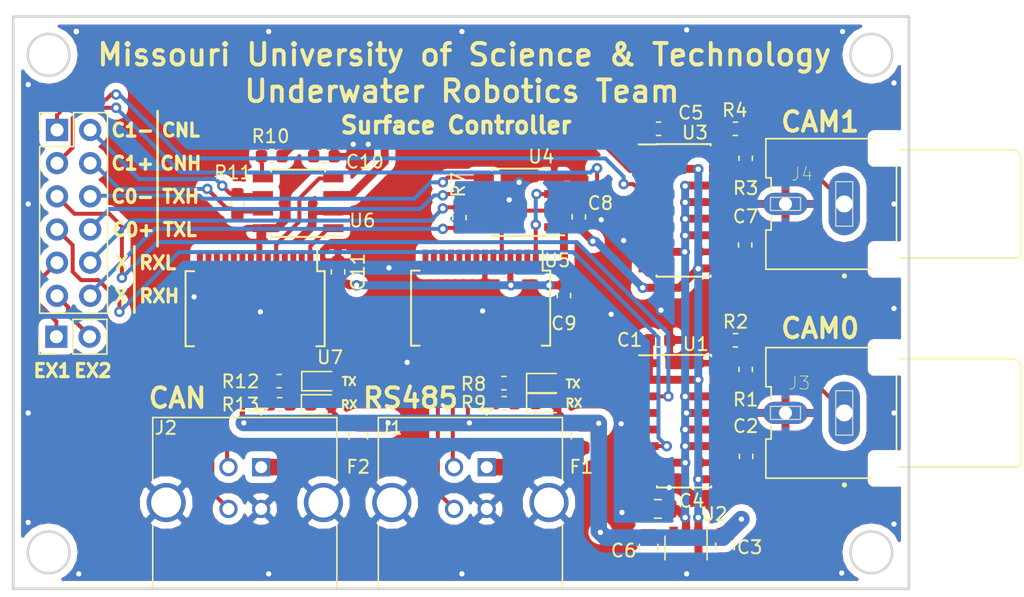
<source format=kicad_pcb>
(kicad_pcb (version 20171130) (host pcbnew "(5.0.1)-3")
  (layers (0 F.Cu signal) (31 B.Cu signal) (34 B.Paste user hide) (35 F.Paste user hide) (36 B.SilkS user) (37 F.SilkS user) (38 B.Mask user hide) (39 F.Mask user hide) (44 Edge.Cuts user))
  (net 0 "")
  (net 1 "Net-(D2-Pad1)")
  (net 2 "Net-(R9-Pad2)")
  (net 3 GND)
  (net 4 "Net-(D3-Pad1)")
  (net 5 "Net-(R12-Pad2)")
  (net 6 CANL)
  (net 7 CANH)
  (net 8 "Net-(R10-Pad1)")
  (net 9 +5V)
  (net 10 "Net-(R8-Pad2)")
  (net 11 "Net-(D1-Pad1)")
  (net 12 "Net-(R3-Pad1)")
  (net 13 CAM1_OUT)
  (net 14 "Net-(R1-Pad1)")
  (net 15 "Net-(D4-Pad1)")
  (net 16 "Net-(R13-Pad2)")
  (net 17 -5V)
  (net 18 "Net-(C6-Pad2)")
  (net 19 "Net-(C6-Pad1)")
  (net 20 RXD)
  (net 21 "Net-(U7-Pad2)")
  (net 22 "Net-(U7-Pad3)")
  (net 23 TXD)
  (net 24 "Net-(U7-Pad6)")
  (net 25 "Net-(U7-Pad9)")
  (net 26 "Net-(U7-Pad10)")
  (net 27 "Net-(U7-Pad11)")
  (net 28 "Net-(U7-Pad12)")
  (net 29 "Net-(U7-Pad13)")
  (net 30 "Net-(U7-Pad14)")
  (net 31 "Net-(J2-Pad3)")
  (net 32 "Net-(J2-Pad2)")
  (net 33 "Net-(U7-Pad17)")
  (net 34 "Net-(U7-Pad19)")
  (net 35 "Net-(U7-Pad26)")
  (net 36 "Net-(U7-Pad27)")
  (net 37 "Net-(U7-Pad28)")
  (net 38 "Net-(U5-Pad28)")
  (net 39 "Net-(U5-Pad27)")
  (net 40 "Net-(U5-Pad26)")
  (net 41 "Net-(U5-Pad19)")
  (net 42 "Net-(U5-Pad17)")
  (net 43 "Net-(J1-Pad2)")
  (net 44 "Net-(J1-Pad3)")
  (net 45 "Net-(U5-Pad14)")
  (net 46 "Net-(U5-Pad13)")
  (net 47 "Net-(U5-Pad12)")
  (net 48 "Net-(U5-Pad11)")
  (net 49 "Net-(U5-Pad10)")
  (net 50 "Net-(U5-Pad9)")
  (net 51 "Net-(U5-Pad6)")
  (net 52 D)
  (net 53 "Net-(U5-Pad3)")
  (net 54 "Net-(U5-Pad2)")
  (net 55 R)
  (net 56 "Net-(U3-Pad4)")
  (net 57 "Net-(U3-Pad5)")
  (net 58 CAM1+)
  (net 59 "Net-(U1-Pad5)")
  (net 60 "Net-(U1-Pad4)")
  (net 61 CAM1-)
  (net 62 "Net-(F2-Pad1)")
  (net 63 "Net-(F1-Pad1)")
  (net 64 RX_L)
  (net 65 RX_H)
  (net 66 TX_H)
  (net 67 TX_L)
  (net 68 "Net-(J5-Pad1)")
  (net 69 "Net-(J5-Pad2)")
  (net 70 CAM0_OUT)
  (net 71 CAM0-)
  (net 72 CAM0+)
  (module Connector_USB:USB_B_TE_5787834_Vertical (layer F.Cu) (at 119.944 100.541)
    (fp_text reference J2 (at -7.295 -3.005) (layer F.SilkS))
    (fp_text value USB_B)
    (pad 5 thru_hole circle (at 4.77 2.71) (size 3 3) (drill 2.3) (layers *.Cu *.Mask) (net 3 GND))
    (pad 4 thru_hole circle (at 0 3.2) (size 1.4 1.4) (drill 0.92) (layers *.Cu *.Mask) (net 3 GND))
    (pad 3 thru_hole circle (at -2.5 3.2) (size 1.4 1.4) (drill 0.92) (layers *.Cu *.Mask) (net 31 "Net-(J2-Pad3)"))
    (pad 1 thru_hole rect (at 0 0) (size 1.4 1.4) (drill 0.92) (layers *.Cu *.Mask) (net 62 "Net-(F2-Pad1)"))
    (pad 5 thru_hole circle (at -7.27 2.71) (size 3 3) (drill 2.3) (layers *.Cu *.Mask) (net 3 GND))
    (pad 2 thru_hole circle (at -2.5 0) (size 1.4 1.4) (drill 0.92) (layers *.Cu *.Mask) (net 32 "Net-(J2-Pad2)"))
  )
  (module Package_SO:SOIC-16_3.9x9.9mm_P1.27mm (layer F.Cu) (at 152.33027 97.024604)
    (fp_text reference U1 (at 0.89523 -5.902104 180) (layer F.SilkS))
    (fp_text value MAX4445)
    (pad 1 smd rect (at -2.7 -4.445) (size 1.5 0.6) (layers F.Cu F.Paste F.Mask) (net 9 +5V))
    (pad 2 smd rect (at -2.7 -3.175) (size 1.5 0.6) (layers F.Cu F.Paste F.Mask) (net 9 +5V))
    (pad 3 smd rect (at -2.7 -1.905) (size 1.5 0.6) (layers F.Cu F.Paste F.Mask) (net 71 CAM0-))
    (pad 4 smd rect (at -2.7 -0.635) (size 1.5 0.6) (layers F.Cu F.Paste F.Mask) (net 60 "Net-(U1-Pad4)"))
    (pad 5 smd rect (at -2.7 0.635) (size 1.5 0.6) (layers F.Cu F.Paste F.Mask) (net 59 "Net-(U1-Pad5)"))
    (pad 6 smd rect (at -2.7 1.905) (size 1.5 0.6) (layers F.Cu F.Paste F.Mask) (net 72 CAM0+))
    (pad 7 smd rect (at -2.7 3.175) (size 1.5 0.6) (layers F.Cu F.Paste F.Mask) (net 17 -5V))
    (pad 8 smd rect (at -2.7 4.445) (size 1.5 0.6) (layers F.Cu F.Paste F.Mask) (net 17 -5V))
    (pad 9 smd rect (at 2.7 4.445) (size 1.5 0.6) (layers F.Cu F.Paste F.Mask) (net 9 +5V))
    (pad 10 smd rect (at 2.7 3.175) (size 1.5 0.6) (layers F.Cu F.Paste F.Mask) (net 3 GND))
    (pad 11 smd rect (at 2.7 1.905) (size 1.5 0.6) (layers F.Cu F.Paste F.Mask) (net 17 -5V))
    (pad 12 smd rect (at 2.7 0.635) (size 1.5 0.6) (layers F.Cu F.Paste F.Mask) (net 17 -5V))
    (pad 13 smd rect (at 2.7 -0.635) (size 1.5 0.6) (layers F.Cu F.Paste F.Mask) (net 17 -5V))
    (pad 14 smd rect (at 2.7 -1.905) (size 1.5 0.6) (layers F.Cu F.Paste F.Mask) (net 17 -5V))
    (pad 15 smd rect (at 2.7 -3.175) (size 1.5 0.6) (layers F.Cu F.Paste F.Mask) (net 14 "Net-(R1-Pad1)"))
    (pad 16 smd rect (at 2.7 -4.445) (size 1.5 0.6) (layers F.Cu F.Paste F.Mask) (net 3 GND))
  )
  (module Connector_PinHeader_2.54mm:PinHeader_1x02_P2.54mm_Vertical (layer F.Cu) (at 104.267 90.551 90)
    (fp_text reference J5 hide)
    (fp_text value "USB D+/D-")
    (pad 1 thru_hole rect (at 0 0 90) (size 1.7 1.7) (drill 1) (layers *.Cu *.Mask) (net 68 "Net-(J5-Pad1)"))
    (pad 2 thru_hole oval (at 0 2.54 90) (size 1.7 1.7) (drill 1) (layers *.Cu *.Mask) (net 69 "Net-(J5-Pad2)"))
  )
  (module Connector_PinHeader_2.54mm:PinHeader_2x06_P2.54mm_Vertical (layer F.Cu) (at 104.314001 74.723001)
    (fp_text reference J6 hide)
    (fp_text value Conn_02x06_Odd_Even)
    (pad 1 thru_hole rect (at 0 0) (size 1.7 1.7) (drill 1) (layers *.Cu *.Mask) (net 61 CAM1-))
    (pad 2 thru_hole oval (at 2.54 0) (size 1.7 1.7) (drill 1) (layers *.Cu *.Mask) (net 6 CANL))
    (pad 3 thru_hole oval (at 0 2.54) (size 1.7 1.7) (drill 1) (layers *.Cu *.Mask) (net 58 CAM1+))
    (pad 4 thru_hole oval (at 2.54 2.54) (size 1.7 1.7) (drill 1) (layers *.Cu *.Mask) (net 7 CANH))
    (pad 5 thru_hole oval (at 0 5.08) (size 1.7 1.7) (drill 1) (layers *.Cu *.Mask) (net 71 CAM0-))
    (pad 6 thru_hole oval (at 2.54 5.08) (size 1.7 1.7) (drill 1) (layers *.Cu *.Mask) (net 66 TX_H))
    (pad 7 thru_hole oval (at 0 7.62) (size 1.7 1.7) (drill 1) (layers *.Cu *.Mask) (net 72 CAM0+))
    (pad 8 thru_hole oval (at 2.54 7.62) (size 1.7 1.7) (drill 1) (layers *.Cu *.Mask) (net 67 TX_L))
    (pad 9 thru_hole oval (at 0 10.16) (size 1.7 1.7) (drill 1) (layers *.Cu *.Mask) (net 68 "Net-(J5-Pad1)"))
    (pad 10 thru_hole oval (at 2.54 10.16) (size 1.7 1.7) (drill 1) (layers *.Cu *.Mask) (net 64 RX_L))
    (pad 11 thru_hole oval (at 0 12.7) (size 1.7 1.7) (drill 1) (layers *.Cu *.Mask) (net 69 "Net-(J5-Pad2)"))
    (pad 12 thru_hole oval (at 2.54 12.7) (size 1.7 1.7) (drill 1) (layers *.Cu *.Mask) (net 65 RX_H))
  )
  (module Connector_USB:USB_B_TE_5787834_Vertical (layer F.Cu) (at 137.216 100.541)
    (fp_text reference J1 (at -7.295 -3.005) (layer F.SilkS))
    (fp_text value USB_B)
    (pad 2 thru_hole circle (at -2.5 0) (size 1.4 1.4) (drill 0.92) (layers *.Cu *.Mask) (net 43 "Net-(J1-Pad2)"))
    (pad 5 thru_hole circle (at -7.27 2.71) (size 3 3) (drill 2.3) (layers *.Cu *.Mask) (net 3 GND))
    (pad 1 thru_hole rect (at 0 0) (size 1.4 1.4) (drill 0.92) (layers *.Cu *.Mask) (net 63 "Net-(F1-Pad1)"))
    (pad 3 thru_hole circle (at -2.5 3.2) (size 1.4 1.4) (drill 0.92) (layers *.Cu *.Mask) (net 44 "Net-(J1-Pad3)"))
    (pad 4 thru_hole circle (at 0 3.2) (size 1.4 1.4) (drill 0.92) (layers *.Cu *.Mask) (net 3 GND))
    (pad 5 thru_hole circle (at 4.77 2.71) (size 3 3) (drill 2.3) (layers *.Cu *.Mask) (net 3 GND))
  )
  (module Fuse:Fuse_0805_2012Metric (layer F.Cu) (at 144.399 98.1225 90)
    (fp_text reference F1 (at -2.398 0.0635 180) (layer F.SilkS))
    (fp_text value 500mA)
    (pad 2 smd roundrect (at 0.9375 0 90) (size 0.975 1.4) (layers F.Cu F.Paste F.Mask) (net 9 +5V))
    (pad 1 smd roundrect (at -0.9375 0 90) (size 0.975 1.4) (layers F.Cu F.Paste F.Mask) (net 63 "Net-(F1-Pad1)"))
  )
  (module Fuse:Fuse_0805_2012Metric (layer F.Cu) (at 127.381 98.1225 90)
    (fp_text reference F2 (at -2.398 0 180) (layer F.SilkS))
    (fp_text value 500mA)
    (pad 2 smd roundrect (at 0.9375 0 90) (size 0.975 1.4) (layers F.Cu F.Paste F.Mask) (net 9 +5V))
    (pad 1 smd roundrect (at -0.9375 0 90) (size 0.975 1.4) (layers F.Cu F.Paste F.Mask) (net 62 "Net-(F2-Pad1)"))
  )
  (module RCJ-044:CUI_RCJ-044 (layer F.Cu) (at 168.595728 80.38556)
    (fp_text reference J4 (at -7.23 -2.286) (layer F.SilkS) (effects (font (size 1.00672 1.00672) (thickness 0.05))))
    (fp_text value CAM1_OUT hide)
    (fp_line (start -3.35 1.7) (end -4.65 1.7) (layer Edge.Cuts) (width 0.1))
    (fp_line (start -3.35 -1.7) (end -3.35 1.7) (layer Edge.Cuts) (width 0.1))
    (fp_line (start -4.65 -1.7) (end -3.35 -1.7) (layer Edge.Cuts) (width 0.1))
    (fp_line (start -4.65 1.7) (end -4.65 -1.7) (layer Edge.Cuts) (width 0.1))
    (fp_line (start -9.65 0.5) (end -9.65 -0.5) (layer Edge.Cuts) (width 0.1))
    (fp_line (start -7.35 0.5) (end -9.65 0.5) (layer Edge.Cuts) (width 0.1))
    (fp_line (start -7.35 -0.5) (end -7.35 0.5) (layer Edge.Cuts) (width 0.1))
    (fp_line (start -9.65 -0.5) (end -7.35 -0.5) (layer Edge.Cuts) (width 0.1))
    (fp_line (start 0 3.35) (end -1.7 3.35) (layer Edge.Cuts) (width 0.0001))
    (fp_line (start 0 5.15) (end 0 3.35) (layer Edge.Cuts) (width 0.0001))
    (fp_line (start -1.7 5.15) (end 0 5.15) (layer Edge.Cuts) (width 0.0001))
    (fp_line (start -1.7 3.35) (end -1.7 5.15) (layer Edge.Cuts) (width 0.0001))
    (fp_line (start 0 -5.15) (end -1.7 -5.15) (layer Edge.Cuts) (width 0.0001))
    (fp_line (start 0 -3.35) (end 0 -5.15) (layer Edge.Cuts) (width 0.0001))
    (fp_line (start -1.7 -3.35) (end 0 -3.35) (layer Edge.Cuts) (width 0.0001))
    (fp_line (start -1.7 -5.15) (end -1.7 -3.35) (layer Edge.Cuts) (width 0.0001))
    (pad 2 thru_hole oval (at -8.5 0 180) (size 3.4 1.7) (drill 1) (layers *.Cu *.Mask) (net 3 GND))
    (pad 1 thru_hole oval (at -4 0 90) (size 4.8 2.4) (drill 1.3) (layers *.Cu *.Mask) (net 13 CAM1_OUT))
  )
  (module RCJ-044:CUI_RCJ-044 (layer F.Cu) (at 168.595728 96.38756)
    (fp_text reference J3 (at -7.44672 -2.286) (layer F.SilkS) (effects (font (size 1.00672 1.00672) (thickness 0.05))))
    (fp_text value CAM0_OUT hide)
    (fp_line (start -3.35 1.7) (end -4.65 1.7) (layer Edge.Cuts) (width 0.1))
    (fp_line (start -3.35 -1.7) (end -3.35 1.7) (layer Edge.Cuts) (width 0.1))
    (fp_line (start -4.65 -1.7) (end -3.35 -1.7) (layer Edge.Cuts) (width 0.1))
    (fp_line (start -4.65 1.7) (end -4.65 -1.7) (layer Edge.Cuts) (width 0.1))
    (fp_line (start -9.65 0.5) (end -9.65 -0.5) (layer Edge.Cuts) (width 0.1))
    (fp_line (start -7.35 0.5) (end -9.65 0.5) (layer Edge.Cuts) (width 0.1))
    (fp_line (start -7.35 -0.5) (end -7.35 0.5) (layer Edge.Cuts) (width 0.1))
    (fp_line (start -9.65 -0.5) (end -7.35 -0.5) (layer Edge.Cuts) (width 0.1))
    (fp_line (start 0 3.35) (end -1.7 3.35) (layer Edge.Cuts) (width 0.0001))
    (fp_line (start 0 5.15) (end 0 3.35) (layer Edge.Cuts) (width 0.0001))
    (fp_line (start -1.7 5.15) (end 0 5.15) (layer Edge.Cuts) (width 0.0001))
    (fp_line (start -1.7 3.35) (end -1.7 5.15) (layer Edge.Cuts) (width 0.0001))
    (fp_line (start 0 -5.15) (end -1.7 -5.15) (layer Edge.Cuts) (width 0.0001))
    (fp_line (start 0 -3.35) (end 0 -5.15) (layer Edge.Cuts) (width 0.0001))
    (fp_line (start -1.7 -3.35) (end 0 -3.35) (layer Edge.Cuts) (width 0.0001))
    (fp_line (start -1.7 -5.15) (end -1.7 -3.35) (layer Edge.Cuts) (width 0.0001))
    (pad 2 thru_hole oval (at -8.5 0 180) (size 3.4 1.7) (drill 1) (layers *.Cu *.Mask) (net 3 GND))
    (pad 1 thru_hole oval (at -4 0 90) (size 4.8 2.4) (drill 1.3) (layers *.Cu *.Mask) (net 70 CAM0_OUT))
  )
  (module Capacitor_SMD:C_0603_1608Metric (layer F.Cu) (at 125.833853 85.589393 90)
    (fp_text reference C11 (at 0 1.524 90) (layer F.SilkS))
    (fp_text value 0.1uF)
    (pad 1 smd roundrect (at -0.7875 0 90) (size 0.875 0.95) (layers F.Cu F.Paste F.Mask) (net 9 +5V))
    (pad 2 smd roundrect (at 0.7875 0 90) (size 0.875 0.95) (layers F.Cu F.Paste F.Mask) (net 3 GND))
  )
  (module Capacitor_SMD:C_0603_1608Metric (layer F.Cu) (at 124.756393 76.731147)
    (fp_text reference C10 (at 3.132607 0.421353) (layer F.SilkS))
    (fp_text value 0.1uF)
    (pad 2 smd roundrect (at 0.7875 0) (size 0.875 0.95) (layers F.Cu F.Paste F.Mask) (net 3 GND))
    (pad 1 smd roundrect (at -0.7875 0) (size 0.875 0.95) (layers F.Cu F.Paste F.Mask) (net 9 +5V))
  )
  (module Capacitor_SMD:C_0603_1608Metric (layer F.Cu) (at 143.129 87.4015 270)
    (fp_text reference C9 (at 2.1335 0) (layer F.SilkS))
    (fp_text value 0.1uF)
    (pad 1 smd roundrect (at -0.7875 0 270) (size 0.875 0.95) (layers F.Cu F.Paste F.Mask) (net 9 +5V))
    (pad 2 smd roundrect (at 0.7875 0 270) (size 0.875 0.95) (layers F.Cu F.Paste F.Mask) (net 3 GND))
  )
  (module Capacitor_SMD:C_0603_1608Metric (layer F.Cu) (at 144.272 81.3815 270)
    (fp_text reference C8 (at -1.054 -1.651) (layer F.SilkS))
    (fp_text value 0.1uF)
    (pad 2 smd roundrect (at 0.7875 0 270) (size 0.875 0.95) (layers F.Cu F.Paste F.Mask) (net 9 +5V))
    (pad 1 smd roundrect (at -0.7875 0 270) (size 0.875 0.95) (layers F.Cu F.Paste F.Mask) (net 3 GND))
  )
  (module Capacitor_SMD:C_0603_1608Metric (layer F.Cu) (at 157.008768 83.521926 270)
    (fp_text reference C7 (at -2.178426 -0.026732 180) (layer F.SilkS))
    (fp_text value 0.1uF)
    (pad 2 smd roundrect (at 0.7875 0 270) (size 0.875 0.95) (layers F.Cu F.Paste F.Mask) (net 3 GND))
    (pad 1 smd roundrect (at -0.7875 0 270) (size 0.875 0.95) (layers F.Cu F.Paste F.Mask) (net 17 -5V))
  )
  (module Capacitor_SMD:C_0603_1608Metric (layer F.Cu) (at 150.379268 74.631926)
    (fp_text reference C5 (at 2.465232 -1.225926 180) (layer F.SilkS))
    (fp_text value 0.1uF)
    (pad 1 smd roundrect (at -0.7875 0) (size 0.875 0.95) (layers F.Cu F.Paste F.Mask) (net 9 +5V))
    (pad 2 smd roundrect (at 0.7875 0) (size 0.875 0.95) (layers F.Cu F.Paste F.Mask) (net 3 GND))
  )
  (module Capacitor_SMD:C_0603_1608Metric (layer F.Cu) (at 157.08007 99.717004 270)
    (fp_text reference C2 (at -2.313444 0.032342 180) (layer F.SilkS))
    (fp_text value 0.1uF)
    (pad 1 smd roundrect (at -0.7875 0 270) (size 0.875 0.95) (layers F.Cu F.Paste F.Mask) (net 17 -5V))
    (pad 2 smd roundrect (at 0.7875 0 270) (size 0.875 0.95) (layers F.Cu F.Paste F.Mask) (net 3 GND))
  )
  (module Capacitor_SMD:C_0603_1608Metric (layer F.Cu) (at 150.45057 90.827004)
    (fp_text reference C1 (at -2.292842 -0.027444 180) (layer F.SilkS))
    (fp_text value 0.1uF)
    (pad 2 smd roundrect (at 0.7875 0) (size 0.875 0.95) (layers F.Cu F.Paste F.Mask) (net 3 GND))
    (pad 1 smd roundrect (at -0.7875 0) (size 0.875 0.95) (layers F.Cu F.Paste F.Mask) (net 9 +5V))
  )
  (module Capacitor_SMD:C_0805_2012Metric (layer F.Cu) (at 150.323994 103.739238 180)
    (fp_text reference C4 (at -2.584006 0.615238) (layer F.SilkS))
    (fp_text value 10uF)
    (pad 1 smd roundrect (at -0.9375 0 180) (size 0.975 1.4) (layers F.Cu F.Paste F.Mask) (net 17 -5V))
    (pad 2 smd roundrect (at 0.9375 0 180) (size 0.975 1.4) (layers F.Cu F.Paste F.Mask) (net 3 GND))
  )
  (module Capacitor_SMD:C_0805_2012Metric (layer F.Cu) (at 155.461044 106.611738 270)
    (fp_text reference C3 (at 0.068262 -1.891956) (layer F.SilkS))
    (fp_text value 10uF)
    (pad 2 smd roundrect (at 0.9375 0 270) (size 0.975 1.4) (layers F.Cu F.Paste F.Mask) (net 3 GND))
    (pad 1 smd roundrect (at -0.9375 0 270) (size 0.975 1.4) (layers F.Cu F.Paste F.Mask) (net 9 +5V))
  )
  (module Capacitor_SMD:C_0805_2012Metric (layer F.Cu) (at 149.619044 106.708738 90)
    (fp_text reference C6 (at -0.225262 -1.918044 180) (layer F.SilkS))
    (fp_text value 1uF)
    (pad 1 smd roundrect (at -0.9375 0 90) (size 0.975 1.4) (layers F.Cu F.Paste F.Mask) (net 19 "Net-(C6-Pad1)"))
    (pad 2 smd roundrect (at 0.9375 0 90) (size 0.975 1.4) (layers F.Cu F.Paste F.Mask) (net 18 "Net-(C6-Pad2)"))
  )
  (module LED_SMD:LED_0603_1608Metric (layer F.Cu) (at 141.7575 94.107)
    (fp_text reference D1 hide)
    (fp_text value TX)
    (pad 1 smd roundrect (at -0.7875 0) (size 0.875 0.95) (layers F.Cu F.Paste F.Mask) (net 11 "Net-(D1-Pad1)"))
    (pad 2 smd roundrect (at 0.7875 0) (size 0.875 0.95) (layers F.Cu F.Paste F.Mask) (net 9 +5V))
  )
  (module LED_SMD:LED_0603_1608Metric (layer F.Cu) (at 141.7575 95.631)
    (fp_text reference D2 hide)
    (fp_text value RX)
    (pad 2 smd roundrect (at 0.7875 0) (size 0.875 0.95) (layers F.Cu F.Paste F.Mask) (net 9 +5V))
    (pad 1 smd roundrect (at -0.7875 0) (size 0.875 0.95) (layers F.Cu F.Paste F.Mask) (net 1 "Net-(D2-Pad1)"))
  )
  (module LED_SMD:LED_0603_1608Metric (layer F.Cu) (at 124.540742 93.953661)
    (fp_text reference D3 hide)
    (fp_text value TX)
    (pad 1 smd roundrect (at -0.7875 0) (size 0.875 0.95) (layers F.Cu F.Paste F.Mask) (net 4 "Net-(D3-Pad1)"))
    (pad 2 smd roundrect (at 0.7875 0) (size 0.875 0.95) (layers F.Cu F.Paste F.Mask) (net 9 +5V))
  )
  (module LED_SMD:LED_0603_1608Metric (layer F.Cu) (at 124.515242 95.731661)
    (fp_text reference D4 hide)
    (fp_text value RX)
    (pad 2 smd roundrect (at 0.7875 0) (size 0.875 0.95) (layers F.Cu F.Paste F.Mask) (net 9 +5V))
    (pad 1 smd roundrect (at -0.7875 0) (size 0.875 0.95) (layers F.Cu F.Paste F.Mask) (net 15 "Net-(D4-Pad1)"))
  )
  (module Package_SO:SOIC-16_3.9x9.9mm_P1.27mm (layer F.Cu) (at 152.291968 80.880326)
    (fp_text reference U3 (at 0.870032 -5.950326 180) (layer F.SilkS))
    (fp_text value MAX4445)
    (pad 1 smd rect (at -2.7 -4.445) (size 1.5 0.6) (layers F.Cu F.Paste F.Mask) (net 9 +5V))
    (pad 2 smd rect (at -2.7 -3.175) (size 1.5 0.6) (layers F.Cu F.Paste F.Mask) (net 9 +5V))
    (pad 3 smd rect (at -2.7 -1.905) (size 1.5 0.6) (layers F.Cu F.Paste F.Mask) (net 61 CAM1-))
    (pad 4 smd rect (at -2.7 -0.635) (size 1.5 0.6) (layers F.Cu F.Paste F.Mask) (net 56 "Net-(U3-Pad4)"))
    (pad 5 smd rect (at -2.7 0.635) (size 1.5 0.6) (layers F.Cu F.Paste F.Mask) (net 57 "Net-(U3-Pad5)"))
    (pad 6 smd rect (at -2.7 1.905) (size 1.5 0.6) (layers F.Cu F.Paste F.Mask) (net 58 CAM1+))
    (pad 7 smd rect (at -2.7 3.175) (size 1.5 0.6) (layers F.Cu F.Paste F.Mask) (net 17 -5V))
    (pad 8 smd rect (at -2.7 4.445) (size 1.5 0.6) (layers F.Cu F.Paste F.Mask) (net 17 -5V))
    (pad 9 smd rect (at 2.7 4.445) (size 1.5 0.6) (layers F.Cu F.Paste F.Mask) (net 9 +5V))
    (pad 10 smd rect (at 2.7 3.175) (size 1.5 0.6) (layers F.Cu F.Paste F.Mask) (net 3 GND))
    (pad 11 smd rect (at 2.7 1.905) (size 1.5 0.6) (layers F.Cu F.Paste F.Mask) (net 17 -5V))
    (pad 12 smd rect (at 2.7 0.635) (size 1.5 0.6) (layers F.Cu F.Paste F.Mask) (net 17 -5V))
    (pad 13 smd rect (at 2.7 -0.635) (size 1.5 0.6) (layers F.Cu F.Paste F.Mask) (net 17 -5V))
    (pad 14 smd rect (at 2.7 -1.905) (size 1.5 0.6) (layers F.Cu F.Paste F.Mask) (net 17 -5V))
    (pad 15 smd rect (at 2.7 -3.175) (size 1.5 0.6) (layers F.Cu F.Paste F.Mask) (net 12 "Net-(R3-Pad1)"))
    (pad 16 smd rect (at 2.7 -4.445) (size 1.5 0.6) (layers F.Cu F.Paste F.Mask) (net 3 GND))
  )
  (module Package_SO:SOIC-8_3.9x4.9mm_P1.27mm (layer F.Cu) (at 139.692214 80.258927 180)
    (fp_text reference U4 (at -1.704656 3.489614 180) (layer F.SilkS))
    (fp_text value MAX490E)
    (pad 1 smd rect (at -2.7 -1.905 180) (size 1.55 0.6) (layers F.Cu F.Paste F.Mask) (net 9 +5V))
    (pad 2 smd rect (at -2.7 -0.635 180) (size 1.55 0.6) (layers F.Cu F.Paste F.Mask) (net 55 R))
    (pad 3 smd rect (at -2.7 0.635 180) (size 1.55 0.6) (layers F.Cu F.Paste F.Mask) (net 52 D))
    (pad 4 smd rect (at -2.7 1.905 180) (size 1.55 0.6) (layers F.Cu F.Paste F.Mask) (net 3 GND))
    (pad 5 smd rect (at 2.7 1.905 180) (size 1.55 0.6) (layers F.Cu F.Paste F.Mask) (net 66 TX_H))
    (pad 6 smd rect (at 2.7 0.635 180) (size 1.55 0.6) (layers F.Cu F.Paste F.Mask) (net 67 TX_L))
    (pad 7 smd rect (at 2.7 -0.635 180) (size 1.55 0.6) (layers F.Cu F.Paste F.Mask) (net 64 RX_L))
    (pad 8 smd rect (at 2.7 -1.905 180) (size 1.55 0.6) (layers F.Cu F.Paste F.Mask) (net 65 RX_H))
  )
  (module Package_SO:SOIC-8_3.9x4.9mm_P1.27mm (layer F.Cu) (at 122.776706 80.338765 180)
    (fp_text reference U6 (at -4.921794 -1.322235 180) (layer F.SilkS))
    (fp_text value ATA6560,1)
    (pad 8 smd rect (at 2.7 -1.905 180) (size 1.55 0.6) (layers F.Cu F.Paste F.Mask) (net 3 GND))
    (pad 7 smd rect (at 2.7 -0.635 180) (size 1.55 0.6) (layers F.Cu F.Paste F.Mask) (net 7 CANH))
    (pad 6 smd rect (at 2.7 0.635 180) (size 1.55 0.6) (layers F.Cu F.Paste F.Mask) (net 6 CANL))
    (pad 5 smd rect (at 2.7 1.905 180) (size 1.55 0.6) (layers F.Cu F.Paste F.Mask) (net 8 "Net-(R10-Pad1)"))
    (pad 4 smd rect (at -2.7 1.905 180) (size 1.55 0.6) (layers F.Cu F.Paste F.Mask) (net 20 RXD))
    (pad 3 smd rect (at -2.7 0.635 180) (size 1.55 0.6) (layers F.Cu F.Paste F.Mask) (net 9 +5V))
    (pad 2 smd rect (at -2.7 -0.635 180) (size 1.55 0.6) (layers F.Cu F.Paste F.Mask) (net 3 GND))
    (pad 1 smd rect (at -2.7 -1.905 180) (size 1.55 0.6) (layers F.Cu F.Paste F.Mask) (net 23 TXD))
  )
  (module Package_SO:SSOP-28_5.3x10.2mm_P0.65mm (layer F.Cu) (at 136.751853 88.364893 270)
    (fp_text reference U5 (at -3.655893 -5.869147) (layer F.SilkS))
    (fp_text value FT232RL)
    (pad 1 smd rect (at -3.6 -4.225 270) (size 1.75 0.45) (layers F.Cu F.Paste F.Mask) (net 52 D))
    (pad 2 smd rect (at -3.6 -3.575 270) (size 1.75 0.45) (layers F.Cu F.Paste F.Mask) (net 54 "Net-(U5-Pad2)"))
    (pad 3 smd rect (at -3.6 -2.925 270) (size 1.75 0.45) (layers F.Cu F.Paste F.Mask) (net 53 "Net-(U5-Pad3)"))
    (pad 4 smd rect (at -3.6 -2.275 270) (size 1.75 0.45) (layers F.Cu F.Paste F.Mask) (net 9 +5V))
    (pad 5 smd rect (at -3.6 -1.625 270) (size 1.75 0.45) (layers F.Cu F.Paste F.Mask) (net 55 R))
    (pad 6 smd rect (at -3.6 -0.975 270) (size 1.75 0.45) (layers F.Cu F.Paste F.Mask) (net 51 "Net-(U5-Pad6)"))
    (pad 7 smd rect (at -3.6 -0.325 270) (size 1.75 0.45) (layers F.Cu F.Paste F.Mask) (net 3 GND))
    (pad 8 smd rect (at -3.6 0.325 270) (size 1.75 0.45) (layers F.Cu F.Paste F.Mask))
    (pad 9 smd rect (at -3.6 0.975 270) (size 1.75 0.45) (layers F.Cu F.Paste F.Mask) (net 50 "Net-(U5-Pad9)"))
    (pad 10 smd rect (at -3.6 1.625 270) (size 1.75 0.45) (layers F.Cu F.Paste F.Mask) (net 49 "Net-(U5-Pad10)"))
    (pad 11 smd rect (at -3.6 2.275 270) (size 1.75 0.45) (layers F.Cu F.Paste F.Mask) (net 48 "Net-(U5-Pad11)"))
    (pad 12 smd rect (at -3.6 2.925 270) (size 1.75 0.45) (layers F.Cu F.Paste F.Mask) (net 47 "Net-(U5-Pad12)"))
    (pad 13 smd rect (at -3.6 3.575 270) (size 1.75 0.45) (layers F.Cu F.Paste F.Mask) (net 46 "Net-(U5-Pad13)"))
    (pad 14 smd rect (at -3.6 4.225 270) (size 1.75 0.45) (layers F.Cu F.Paste F.Mask) (net 45 "Net-(U5-Pad14)"))
    (pad 15 smd rect (at 3.6 4.225 270) (size 1.75 0.45) (layers F.Cu F.Paste F.Mask) (net 44 "Net-(J1-Pad3)"))
    (pad 16 smd rect (at 3.6 3.575 270) (size 1.75 0.45) (layers F.Cu F.Paste F.Mask) (net 43 "Net-(J1-Pad2)"))
    (pad 17 smd rect (at 3.6 2.925 270) (size 1.75 0.45) (layers F.Cu F.Paste F.Mask) (net 42 "Net-(U5-Pad17)"))
    (pad 18 smd rect (at 3.6 2.275 270) (size 1.75 0.45) (layers F.Cu F.Paste F.Mask) (net 3 GND))
    (pad 19 smd rect (at 3.6 1.625 270) (size 1.75 0.45) (layers F.Cu F.Paste F.Mask) (net 41 "Net-(U5-Pad19)"))
    (pad 20 smd rect (at 3.6 0.975 270) (size 1.75 0.45) (layers F.Cu F.Paste F.Mask) (net 9 +5V))
    (pad 21 smd rect (at 3.6 0.325 270) (size 1.75 0.45) (layers F.Cu F.Paste F.Mask) (net 3 GND))
    (pad 22 smd rect (at 3.6 -0.325 270) (size 1.75 0.45) (layers F.Cu F.Paste F.Mask) (net 2 "Net-(R9-Pad2)"))
    (pad 23 smd rect (at 3.6 -0.975 270) (size 1.75 0.45) (layers F.Cu F.Paste F.Mask) (net 10 "Net-(R8-Pad2)"))
    (pad 24 smd rect (at 3.6 -1.625 270) (size 1.75 0.45) (layers F.Cu F.Paste F.Mask))
    (pad 25 smd rect (at 3.6 -2.275 270) (size 1.75 0.45) (layers F.Cu F.Paste F.Mask) (net 3 GND))
    (pad 26 smd rect (at 3.6 -2.925 270) (size 1.75 0.45) (layers F.Cu F.Paste F.Mask) (net 40 "Net-(U5-Pad26)"))
    (pad 27 smd rect (at 3.6 -3.575 270) (size 1.75 0.45) (layers F.Cu F.Paste F.Mask) (net 39 "Net-(U5-Pad27)"))
    (pad 28 smd rect (at 3.6 -4.225 270) (size 1.75 0.45) (layers F.Cu F.Paste F.Mask) (net 38 "Net-(U5-Pad28)"))
  )
  (module Package_SO:SSOP-28_5.3x10.2mm_P0.65mm (layer F.Cu) (at 119.483853 88.408893 270)
    (fp_text reference U7 (at 3.729607 -5.738147) (layer F.SilkS))
    (fp_text value FT232RL)
    (pad 28 smd rect (at 3.6 -4.225 270) (size 1.75 0.45) (layers F.Cu F.Paste F.Mask) (net 37 "Net-(U7-Pad28)"))
    (pad 27 smd rect (at 3.6 -3.575 270) (size 1.75 0.45) (layers F.Cu F.Paste F.Mask) (net 36 "Net-(U7-Pad27)"))
    (pad 26 smd rect (at 3.6 -2.925 270) (size 1.75 0.45) (layers F.Cu F.Paste F.Mask) (net 35 "Net-(U7-Pad26)"))
    (pad 25 smd rect (at 3.6 -2.275 270) (size 1.75 0.45) (layers F.Cu F.Paste F.Mask) (net 3 GND))
    (pad 24 smd rect (at 3.6 -1.625 270) (size 1.75 0.45) (layers F.Cu F.Paste F.Mask))
    (pad 23 smd rect (at 3.6 -0.975 270) (size 1.75 0.45) (layers F.Cu F.Paste F.Mask) (net 5 "Net-(R12-Pad2)"))
    (pad 22 smd rect (at 3.6 -0.325 270) (size 1.75 0.45) (layers F.Cu F.Paste F.Mask) (net 16 "Net-(R13-Pad2)"))
    (pad 21 smd rect (at 3.6 0.325 270) (size 1.75 0.45) (layers F.Cu F.Paste F.Mask) (net 3 GND))
    (pad 20 smd rect (at 3.6 0.975 270) (size 1.75 0.45) (layers F.Cu F.Paste F.Mask) (net 9 +5V))
    (pad 19 smd rect (at 3.6 1.625 270) (size 1.75 0.45) (layers F.Cu F.Paste F.Mask) (net 34 "Net-(U7-Pad19)"))
    (pad 18 smd rect (at 3.6 2.275 270) (size 1.75 0.45) (layers F.Cu F.Paste F.Mask) (net 3 GND))
    (pad 17 smd rect (at 3.6 2.925 270) (size 1.75 0.45) (layers F.Cu F.Paste F.Mask) (net 33 "Net-(U7-Pad17)"))
    (pad 16 smd rect (at 3.6 3.575 270) (size 1.75 0.45) (layers F.Cu F.Paste F.Mask) (net 32 "Net-(J2-Pad2)"))
    (pad 15 smd rect (at 3.6 4.225 270) (size 1.75 0.45) (layers F.Cu F.Paste F.Mask) (net 31 "Net-(J2-Pad3)"))
    (pad 14 smd rect (at -3.6 4.225 270) (size 1.75 0.45) (layers F.Cu F.Paste F.Mask) (net 30 "Net-(U7-Pad14)"))
    (pad 13 smd rect (at -3.6 3.575 270) (size 1.75 0.45) (layers F.Cu F.Paste F.Mask) (net 29 "Net-(U7-Pad13)"))
    (pad 12 smd rect (at -3.6 2.925 270) (size 1.75 0.45) (layers F.Cu F.Paste F.Mask) (net 28 "Net-(U7-Pad12)"))
    (pad 11 smd rect (at -3.6 2.275 270) (size 1.75 0.45) (layers F.Cu F.Paste F.Mask) (net 27 "Net-(U7-Pad11)"))
    (pad 10 smd rect (at -3.6 1.625 270) (size 1.75 0.45) (layers F.Cu F.Paste F.Mask) (net 26 "Net-(U7-Pad10)"))
    (pad 9 smd rect (at -3.6 0.975 270) (size 1.75 0.45) (layers F.Cu F.Paste F.Mask) (net 25 "Net-(U7-Pad9)"))
    (pad 8 smd rect (at -3.6 0.325 270) (size 1.75 0.45) (layers F.Cu F.Paste F.Mask))
    (pad 7 smd rect (at -3.6 -0.325 270) (size 1.75 0.45) (layers F.Cu F.Paste F.Mask) (net 3 GND))
    (pad 6 smd rect (at -3.6 -0.975 270) (size 1.75 0.45) (layers F.Cu F.Paste F.Mask) (net 24 "Net-(U7-Pad6)"))
    (pad 5 smd rect (at -3.6 -1.625 270) (size 1.75 0.45) (layers F.Cu F.Paste F.Mask) (net 20 RXD))
    (pad 4 smd rect (at -3.6 -2.275 270) (size 1.75 0.45) (layers F.Cu F.Paste F.Mask) (net 9 +5V))
    (pad 3 smd rect (at -3.6 -2.925 270) (size 1.75 0.45) (layers F.Cu F.Paste F.Mask) (net 22 "Net-(U7-Pad3)"))
    (pad 2 smd rect (at -3.6 -3.575 270) (size 1.75 0.45) (layers F.Cu F.Paste F.Mask) (net 21 "Net-(U7-Pad2)"))
    (pad 1 smd rect (at -3.6 -4.225 270) (size 1.75 0.45) (layers F.Cu F.Paste F.Mask) (net 23 TXD))
  )
  (module Package_TO_SOT_SMD:SOT-23-6 (layer F.Cu) (at 152.479044 106.728638 270)
    (fp_text reference U2 (at -2.594149 -2.164581) (layer F.SilkS))
    (fp_text value LTC1983ES6-5-TRPBF)
    (pad 1 smd rect (at -1.1 -0.95 270) (size 1.06 0.65) (layers F.Cu F.Paste F.Mask) (net 9 +5V))
    (pad 2 smd rect (at -1.1 0 270) (size 1.06 0.65) (layers F.Cu F.Paste F.Mask) (net 17 -5V))
    (pad 3 smd rect (at -1.1 0.95 270) (size 1.06 0.65) (layers F.Cu F.Paste F.Mask) (net 18 "Net-(C6-Pad2)"))
    (pad 4 smd rect (at 1.1 0.95 270) (size 1.06 0.65) (layers F.Cu F.Paste F.Mask) (net 19 "Net-(C6-Pad1)"))
    (pad 6 smd rect (at 1.1 -0.95 270) (size 1.06 0.65) (layers F.Cu F.Paste F.Mask) (net 9 +5V))
    (pad 5 smd rect (at 1.1 0 270) (size 1.06 0.65) (layers F.Cu F.Paste F.Mask) (net 3 GND))
  )
  (module Resistor_SMD:R_0603_1608Metric (layer F.Cu) (at 121.365742 95.731661 180)
    (fp_text reference R13 (at 3.001742 -0.026339 180) (layer F.SilkS))
    (fp_text value 330)
    (pad 2 smd roundrect (at 0.7875 0 180) (size 0.875 0.95) (layers F.Cu F.Paste F.Mask) (net 16 "Net-(R13-Pad2)"))
    (pad 1 smd roundrect (at -0.7875 0 180) (size 0.875 0.95) (layers F.Cu F.Paste F.Mask) (net 15 "Net-(D4-Pad1)"))
  )
  (module Resistor_SMD:R_0603_1608Metric (layer F.Cu) (at 157.047728 93.06006 90)
    (fp_text reference R1 (at -2.3115 0) (layer F.SilkS))
    (fp_text value 75)
    (pad 1 smd roundrect (at -0.7875 0 90) (size 0.875 0.95) (layers F.Cu F.Paste F.Mask) (net 14 "Net-(R1-Pad1)"))
    (pad 2 smd roundrect (at 0.7875 0 90) (size 0.875 0.95) (layers F.Cu F.Paste F.Mask) (net 70 CAM0_OUT))
  )
  (module Resistor_SMD:R_0603_1608Metric (layer F.Cu) (at 156.260228 90.827004 180)
    (fp_text reference R2 (at -0.013272 1.419004) (layer F.SilkS))
    (fp_text value 75)
    (pad 1 smd roundrect (at -0.7875 0 180) (size 0.875 0.95) (layers F.Cu F.Paste F.Mask) (net 70 CAM0_OUT))
    (pad 2 smd roundrect (at 0.7875 0 180) (size 0.875 0.95) (layers F.Cu F.Paste F.Mask) (net 3 GND))
  )
  (module Resistor_SMD:R_0603_1608Metric (layer F.Cu) (at 157.047728 76.896476 90)
    (fp_text reference R3 (at -2.286 0 180) (layer F.SilkS))
    (fp_text value 75)
    (pad 2 smd roundrect (at 0.7875 0 90) (size 0.875 0.95) (layers F.Cu F.Paste F.Mask) (net 13 CAM1_OUT))
    (pad 1 smd roundrect (at -0.7875 0 90) (size 0.875 0.95) (layers F.Cu F.Paste F.Mask) (net 12 "Net-(R3-Pad1)"))
  )
  (module Resistor_SMD:R_0603_1608Metric (layer F.Cu) (at 135.128 81.4325 90)
    (fp_text reference R7 (at 2.51166 -0.083969 90) (layer F.SilkS))
    (fp_text value 120)
    (pad 2 smd roundrect (at 0.7875 0 90) (size 0.875 0.95) (layers F.Cu F.Paste F.Mask) (net 64 RX_L))
    (pad 1 smd roundrect (at -0.7875 0 90) (size 0.875 0.95) (layers F.Cu F.Paste F.Mask) (net 65 RX_H))
  )
  (module Resistor_SMD:R_0603_1608Metric (layer F.Cu) (at 138.5315 94.107 180)
    (fp_text reference R8 (at 2.324 -0.0635 180) (layer F.SilkS))
    (fp_text value 330)
    (pad 1 smd roundrect (at -0.7875 0 180) (size 0.875 0.95) (layers F.Cu F.Paste F.Mask) (net 11 "Net-(D1-Pad1)"))
    (pad 2 smd roundrect (at 0.7875 0 180) (size 0.875 0.95) (layers F.Cu F.Paste F.Mask) (net 10 "Net-(R8-Pad2)"))
  )
  (module Resistor_SMD:R_0603_1608Metric (layer F.Cu) (at 120.762406 76.731147)
    (fp_text reference R10 (at -0.095513 -1.524) (layer F.SilkS))
    (fp_text value 10k)
    (pad 2 smd roundrect (at 0.7875 0) (size 0.875 0.95) (layers F.Cu F.Paste F.Mask) (net 9 +5V))
    (pad 1 smd roundrect (at -0.7875 0) (size 0.875 0.95) (layers F.Cu F.Paste F.Mask) (net 8 "Net-(R10-Pad1)"))
  )
  (module Resistor_SMD:R_0603_1608Metric (layer F.Cu) (at 118.126893 80.389465 90)
    (fp_text reference R11 (at 2.411465 -0.334393 180) (layer F.SilkS))
    (fp_text value 120)
    (pad 1 smd roundrect (at -0.7875 0 90) (size 0.875 0.95) (layers F.Cu F.Paste F.Mask) (net 7 CANH))
    (pad 2 smd roundrect (at 0.7875 0 90) (size 0.875 0.95) (layers F.Cu F.Paste F.Mask) (net 6 CANL))
  )
  (module Resistor_SMD:R_0603_1608Metric (layer F.Cu) (at 121.314742 93.953661 180)
    (fp_text reference R12 (at 2.950742 -0.026339 180) (layer F.SilkS))
    (fp_text value 330)
    (pad 2 smd roundrect (at 0.7875 0 180) (size 0.875 0.95) (layers F.Cu F.Paste F.Mask) (net 5 "Net-(R12-Pad2)"))
    (pad 1 smd roundrect (at -0.7875 0 180) (size 0.875 0.95) (layers F.Cu F.Paste F.Mask) (net 4 "Net-(D3-Pad1)"))
  )
  (module Resistor_SMD:R_0603_1608Metric (layer F.Cu) (at 156.260228 74.631926 180)
    (fp_text reference R4 (at 0.050228 1.416426) (layer F.SilkS))
    (fp_text value 75)
    (pad 2 smd roundrect (at 0.7875 0 180) (size 0.875 0.95) (layers F.Cu F.Paste F.Mask) (net 3 GND))
    (pad 1 smd roundrect (at -0.7875 0 180) (size 0.875 0.95) (layers F.Cu F.Paste F.Mask) (net 13 CAM1_OUT))
  )
  (module Resistor_SMD:R_0603_1608Metric (layer F.Cu) (at 138.557 95.641803 180)
    (fp_text reference R9 (at 2.3495 0.010803 180) (layer F.SilkS))
    (fp_text value 330)
    (pad 2 smd roundrect (at 0.7875 0 180) (size 0.875 0.95) (layers F.Cu F.Paste F.Mask) (net 2 "Net-(R9-Pad2)"))
    (pad 1 smd roundrect (at -0.7875 0 180) (size 0.875 0.95) (layers F.Cu F.Paste F.Mask) (net 1 "Net-(D2-Pad1)"))
  )
  (gr_text "Surface Controller" (at 134.874 74.3585) (layer F.SilkS) (effects (font (size 1.27 1.27) (thickness 0.3))))
  (gr_text EX2 (at 107.061 93.1545) (layer F.SilkS) (effects (font (size 1 1) (thickness 0.25))))
  (gr_text EX1 (at 103.9495 93.1545) (layer F.SilkS) (effects (font (size 1 1) (thickness 0.25))))
  (gr_text TX (at 126.6825 93.98) (layer F.SilkS) (effects (font (size 0.635 0.635) (thickness 0.15875))))
  (gr_text RX (at 126.6825 95.758) (layer F.SilkS) (effects (font (size 0.635 0.635) (thickness 0.15875))))
  (gr_text RX (at 143.891 95.631) (layer F.SilkS) (effects (font (size 0.635 0.635) (thickness 0.15875))))
  (gr_text TX (at 143.8275 94.1705) (layer F.SilkS) (effects (font (size 0.635 0.635) (thickness 0.15875))))
  (gr_text CAM0 (at 162.7505 89.916) (layer F.SilkS) (effects (font (size 1.5 1.5) (thickness 0.3))))
  (gr_text CAM1 (at 162.7505 74.1045) (layer F.SilkS) (effects (font (size 1.5 1.5) (thickness 0.3))))
  (gr_text CAN (at 113.538 95.25) (layer F.SilkS) (effects (font (size 1.5 1.5) (thickness 0.3))))
  (gr_text RS485 (at 131.3815 95.25) (layer F.SilkS) (effects (font (size 1.5 1.5) (thickness 0.3))))
  (gr_text "Underwater Robotics Team" (at 135.3185 71.755) (layer F.SilkS) (effects (font (size 1.651 1.651) (thickness 0.3))))
  (gr_text "Missouri University of Science & Technology" (at 135.509 68.961) (layer F.SilkS) (effects (font (size 1.651 1.651) (thickness 0.3))))
  (gr_line (start 110.236 83.7565) (end 110.236 83.6295) (layer F.SilkS) (width 0.2))
  (gr_line (start 112.014 83.5025) (end 112.014 83.6295) (layer F.SilkS) (width 0.2))
  (gr_line (start 110.236 88.519) (end 110.236 88.7095) (layer F.SilkS) (width 0.2))
  (gr_line (start 110.236 83.7565) (end 110.236 88.519) (layer F.SilkS) (width 0.2))
  (gr_line (start 112.014 73.279) (end 112.014 83.5025) (layer F.SilkS) (width 0.2))
  (gr_text X (at 109.22 87.4395) (layer F.SilkS) (effects (font (size 1 1) (thickness 0.25))))
  (gr_text X (at 109.2835 84.8995) (layer F.SilkS) (effects (font (size 1 1) (thickness 0.25))))
  (gr_text RXH (at 112.141 87.4395) (layer F.SilkS) (effects (font (size 1 1) (thickness 0.25))))
  (gr_text RXL (at 112.014 84.8995) (layer F.SilkS) (effects (font (size 1 1) (thickness 0.25))))
  (gr_text TXL (at 113.7285 82.3595) (layer F.SilkS) (effects (font (size 1 1) (thickness 0.25))))
  (gr_text TXH (at 113.792 79.8195) (layer F.SilkS) (effects (font (size 1 1) (thickness 0.25))))
  (gr_text CNH (at 113.792 77.2795) (layer F.SilkS) (effects (font (size 1 1) (thickness 0.25))))
  (gr_text C0+ (at 110.1725 82.3595) (layer F.SilkS) (effects (font (size 1 1) (thickness 0.25))))
  (gr_text C0- (at 110.109 79.8195) (layer F.SilkS) (effects (font (size 1 1) (thickness 0.25))))
  (gr_text C1+ (at 110.109 77.2795) (layer F.SilkS) (effects (font (size 1 1) (thickness 0.25))))
  (gr_text CNL (at 113.792 74.7395) (layer F.SilkS) (effects (font (size 1 1) (thickness 0.25))))
  (gr_text C1- (at 110.109 74.7395) (layer F.SilkS) (effects (font (size 1 1) (thickness 0.25))))
  (gr_line (start 100.965 109.855) (end 100.965 66.04) (layer Edge.Cuts) (width 0.2))
  (gr_line (start 169.545 109.855) (end 100.965 109.855) (layer Edge.Cuts) (width 0.2))
  (gr_line (start 169.545 66.04) (end 169.545 109.855) (layer Edge.Cuts) (width 0.2))
  (gr_line (start 100.965 66.04) (end 169.545 66.04) (layer Edge.Cuts) (width 0.2))
  (gr_circle (center 103.674375 68.966511) (end 103.674375 70.566511) (layer Edge.Cuts) (width 0.2))
  (gr_circle (center 103.674375 107.066511) (end 103.674375 108.666511) (layer Edge.Cuts) (width 0.2))
  (gr_circle (center 166.666375 107.066511) (end 166.666375 108.666511) (layer Edge.Cuts) (width 0.2))
  (gr_circle (center 166.666375 68.966511) (end 166.666375 70.566511) (layer Edge.Cuts) (width 0.2))
  (segment (start 139.3445 95.641803) (end 140.959197 95.641803) (width 0.3048) (layer F.Cu) (net 1))
  (segment (start 140.959197 95.641803) (end 140.97 95.631) (width 0.3048) (layer F.Cu) (net 1))
  (segment (start 137.076853 91.964893) (end 137.076853 93.144693) (width 0.3048) (layer F.Cu) (net 2))
  (segment (start 136.779 94.742) (end 137.668 95.631) (width 0.3048) (layer F.Cu) (net 2))
  (segment (start 136.779 93.442546) (end 136.779 94.742) (width 0.3048) (layer F.Cu) (net 2))
  (segment (start 137.076853 93.144693) (end 136.779 93.442546) (width 0.3048) (layer F.Cu) (net 2))
  (segment (start 156.38987 100.199604) (end 156.641826 100.45156) (width 0.6096) (layer F.Cu) (net 3))
  (segment (start 155.03027 100.199604) (end 156.38987 100.199604) (width 0.6096) (layer F.Cu) (net 3))
  (segment (start 156.641826 100.45156) (end 157.047728 100.45156) (width 0.6096) (layer F.Cu) (net 3))
  (segment (start 154.991968 75.525726) (end 155.396728 75.120966) (width 0.6096) (layer F.Cu) (net 3))
  (segment (start 154.991968 76.435326) (end 154.991968 75.525726) (width 0.6096) (layer F.Cu) (net 3))
  (segment (start 155.396728 75.120966) (end 155.396728 74.54356) (width 0.6096) (layer F.Cu) (net 3))
  (segment (start 155.523728 74.41656) (end 155.396728 74.54356) (width 0.6096) (layer F.Cu) (net 3))
  (segment (start 151.166768 74.631926) (end 155.308362 74.631926) (width 0.6096) (layer F.Cu) (net 3))
  (segment (start 155.308362 74.631926) (end 155.523728 74.41656) (width 0.6096) (layer F.Cu) (net 3))
  (segment (start 155.03027 91.670004) (end 155.03027 92.579604) (width 0.6096) (layer F.Cu) (net 3))
  (segment (start 155.523728 91.176546) (end 155.03027 91.670004) (width 0.6096) (layer F.Cu) (net 3))
  (segment (start 155.523728 90.79956) (end 155.523728 91.176546) (width 0.6096) (layer F.Cu) (net 3))
  (segment (start 151.332728 90.79956) (end 155.523728 90.79956) (width 0.6096) (layer F.Cu) (net 3))
  (segment (start 151.23807 90.827004) (end 151.305284 90.827004) (width 0.6096) (layer F.Cu) (net 3))
  (segment (start 151.305284 90.827004) (end 151.332728 90.79956) (width 0.6096) (layer F.Cu) (net 3))
  (segment (start 156.351568 84.055326) (end 154.991968 84.055326) (width 0.6096) (layer F.Cu) (net 3))
  (segment (start 156.618802 84.32256) (end 156.351568 84.055326) (width 0.6096) (layer F.Cu) (net 3))
  (segment (start 157.047728 84.32256) (end 156.618802 84.32256) (width 0.6096) (layer F.Cu) (net 3))
  (segment (start 157.047728 86.137004) (end 157.047728 84.32256) (width 0.6096) (layer F.Cu) (net 3))
  (segment (start 155.472728 90.827004) (end 155.472728 87.712004) (width 0.6096) (layer F.Cu) (net 3))
  (segment (start 155.472728 87.712004) (end 157.047728 86.137004) (width 0.6096) (layer F.Cu) (net 3))
  (segment (start 121.758853 91.659853) (end 121.793 91.625706) (width 0.3048) (layer F.Cu) (net 3))
  (segment (start 121.758853 92.008893) (end 121.758853 91.659853) (width 0.3048) (layer F.Cu) (net 3))
  (segment (start 121.793 91.625706) (end 121.793 89.789) (width 0.3048) (layer F.Cu) (net 3))
  (segment (start 119.126 89.789) (end 119.126 89.662) (width 0.3048) (layer F.Cu) (net 3))
  (segment (start 119.38 90.043) (end 119.126 89.789) (width 0.3048) (layer F.Cu) (net 3))
  (segment (start 119.158853 92.008893) (end 119.158853 90.264147) (width 0.3048) (layer F.Cu) (net 3))
  (segment (start 119.158853 90.264147) (end 119.38 90.043) (width 0.3048) (layer F.Cu) (net 3))
  (segment (start 117.348 89.662) (end 117.221 89.662) (width 0.3048) (layer F.Cu) (net 3))
  (segment (start 117.475 89.789) (end 117.348 89.662) (width 0.3048) (layer F.Cu) (net 3))
  (segment (start 117.208853 92.008893) (end 117.208853 90.055147) (width 0.3048) (layer F.Cu) (net 3))
  (segment (start 117.208853 90.055147) (end 117.475 89.789) (width 0.3048) (layer F.Cu) (net 3))
  (segment (start 134.476853 90.059147) (end 134.493 90.043) (width 0.3048) (layer F.Cu) (net 3))
  (segment (start 134.476853 91.964893) (end 134.476853 90.059147) (width 0.3048) (layer F.Cu) (net 3))
  (segment (start 136.426853 91.964893) (end 136.426853 89.563853) (width 0.3048) (layer F.Cu) (net 3))
  (segment (start 139.026853 91.964893) (end 139.026853 89.700147) (width 0.3048) (layer F.Cu) (net 3))
  (segment (start 152.479044 108.918044) (end 152.527 108.966) (width 0.3048) (layer F.Cu) (net 3))
  (segment (start 152.479044 107.828638) (end 152.479044 108.918044) (width 0.635) (layer F.Cu) (net 3))
  (segment (start 147.780044 108.918044) (end 147.447 108.585) (width 0.3048) (layer F.Cu) (net 3))
  (segment (start 152.273 108.918044) (end 154.098956 108.918044) (width 0.3048) (layer F.Cu) (net 3))
  (segment (start 152.273 108.918044) (end 147.780044 108.918044) (width 0.3048) (layer F.Cu) (net 3))
  (segment (start 152.479044 108.918044) (end 152.273 108.918044) (width 0.3048) (layer F.Cu) (net 3))
  (segment (start 162.100528 96.38756) (end 162.105968 96.393) (width 0.3048) (layer F.Cu) (net 3))
  (segment (start 160.095728 96.38756) (end 162.100528 96.38756) (width 0.3048) (layer F.Cu) (net 3))
  (segment (start 162.105968 96.393) (end 162.56 96.393) (width 0.6096) (layer F.Cu) (net 3))
  (segment (start 162.100528 96.38756) (end 160.02544 96.38756) (width 0.6096) (layer F.Cu) (net 3))
  (segment (start 160.095728 96.38756) (end 157.48544 96.38756) (width 0.6096) (layer F.Cu) (net 3))
  (segment (start 160.095728 94.182728) (end 160.02 94.107) (width 0.6096) (layer F.Cu) (net 3))
  (segment (start 160.095728 96.38756) (end 160.095728 94.182728) (width 0.6096) (layer F.Cu) (net 3))
  (segment (start 160.095728 98.373728) (end 160.147 98.425) (width 0.6096) (layer F.Cu) (net 3))
  (segment (start 160.095728 96.38756) (end 160.095728 98.373728) (width 0.6096) (layer F.Cu) (net 3))
  (segment (start 160.095728 78.92596) (end 160.147 78.874688) (width 0.6096) (layer F.Cu) (net 3))
  (segment (start 160.095728 80.38556) (end 160.095728 78.92596) (width 0.6096) (layer F.Cu) (net 3))
  (segment (start 160.147 78.874688) (end 160.147 78.359) (width 0.6096) (layer F.Cu) (net 3))
  (segment (start 160.095728 80.38556) (end 160.095728 82.117728) (width 0.6096) (layer F.Cu) (net 3))
  (segment (start 160.095728 80.38556) (end 157.99344 80.38556) (width 0.6096) (layer F.Cu) (net 3))
  (segment (start 160.095728 80.38556) (end 162.30056 80.38556) (width 0.6096) (layer F.Cu) (net 3))
  (segment (start 137.16 86.614) (end 137.16 86.868) (width 0.3048) (layer F.Cu) (net 3))
  (segment (start 137.076853 84.764893) (end 137.076853 86.530853) (width 0.4064) (layer F.Cu) (net 3))
  (segment (start 137.076853 86.530853) (end 137.16 86.614) (width 0.3048) (layer F.Cu) (net 3))
  (segment (start 119.808853 84.808893) (end 119.808853 87.201147) (width 0.4572) (layer F.Cu) (net 3))
  (segment (start 119.808853 84.808893) (end 119.808853 82.629147) (width 0.4572) (layer F.Cu) (net 3))
  (segment (start 119.808853 82.629147) (end 120.142 82.296) (width 0.3048) (layer F.Cu) (net 3))
  (segment (start 121.156506 82.243765) (end 121.92 81.480271) (width 0.6096) (layer F.Cu) (net 3))
  (segment (start 120.076706 82.243765) (end 121.156506 82.243765) (width 0.6096) (layer F.Cu) (net 3))
  (segment (start 121.92 81.480271) (end 121.92 81.28) (width 0.3048) (layer F.Cu) (net 3))
  (via (at 105.791 67.183) (size 0.8) (drill 0.4) (layers F.Cu B.Cu) (net 3))
  (via (at 102.108 71.247) (size 0.8) (drill 0.4) (layers F.Cu B.Cu) (net 3))
  (via (at 102.108 104.775) (size 0.8) (drill 0.4) (layers F.Cu B.Cu) (net 3))
  (via (at 105.9815 108.712) (size 0.8) (drill 0.4) (layers F.Cu B.Cu) (net 3))
  (via (at 164.4015 108.6485) (size 0.8) (drill 0.4) (layers F.Cu B.Cu) (net 3))
  (via (at 168.402 104.902) (size 0.8) (drill 0.4) (layers F.Cu B.Cu) (net 3))
  (via (at 164.465 67.183) (size 0.8) (drill 0.4) (layers F.Cu B.Cu) (net 3))
  (via (at 168.402 71.12) (size 0.8) (drill 0.4) (layers F.Cu B.Cu) (net 3))
  (via (at 105.791 67.183) (size 0.8) (drill 0.4) (layers F.Cu B.Cu) (net 3))
  (via (at 105.791 67.183) (size 0.8) (drill 0.4) (layers F.Cu B.Cu) (net 3))
  (via (at 105.791 67.183) (size 0.8) (drill 0.4) (layers F.Cu B.Cu) (net 3))
  (via (at 105.791 67.183) (size 0.8) (drill 0.4) (layers F.Cu B.Cu) (net 3))
  (via (at 105.791 67.183) (size 0.8) (drill 0.4) (layers F.Cu B.Cu) (net 3))
  (via (at 105.791 67.183) (size 0.8) (drill 0.4) (layers F.Cu B.Cu) (net 3))
  (via (at 105.791 67.183) (size 0.8) (drill 0.4) (layers F.Cu B.Cu) (net 3))
  (via (at 105.791 67.183) (size 0.8) (drill 0.4) (layers F.Cu B.Cu) (net 3))
  (via (at 105.791 67.183) (size 0.8) (drill 0.4) (layers F.Cu B.Cu) (net 3))
  (via (at 135.3185 67.183) (size 0.8) (drill 0.4) (layers F.Cu B.Cu) (net 3))
  (via (at 135.3185 108.712) (size 0.8) (drill 0.4) (layers F.Cu B.Cu) (net 3))
  (via (at 120.523 108.712) (size 0.8) (drill 0.4) (layers F.Cu B.Cu) (net 3))
  (via (at 152.527 108.712) (size 0.8) (drill 0.4) (layers F.Cu B.Cu) (net 3))
  (via (at 120.523 67.183) (size 0.8) (drill 0.4) (layers F.Cu B.Cu) (net 3))
  (via (at 152.527 67.056) (size 0.8) (drill 0.4) (layers F.Cu B.Cu) (net 3))
  (via (at 168.402 80.391) (size 0.8) (drill 0.4) (layers F.Cu B.Cu) (net 3))
  (via (at 168.402 88.392) (size 0.8) (drill 0.4) (layers F.Cu B.Cu) (net 3))
  (via (at 168.402 96.393) (size 0.8) (drill 0.4) (layers F.Cu B.Cu) (net 3))
  (via (at 145.9865 81.5975) (size 0.8) (drill 0.4) (layers F.Cu B.Cu) (net 3))
  (via (at 147.701 83.185) (size 0.8) (drill 0.4) (layers F.Cu B.Cu) (net 3))
  (via (at 150.5585 88.519) (size 0.8) (drill 0.4) (layers F.Cu B.Cu) (net 3))
  (via (at 138.938 80.0735) (size 0.8) (drill 0.4) (layers F.Cu B.Cu) (net 3))
  (via (at 131.1275 92.5195) (size 0.8) (drill 0.4) (layers F.Cu B.Cu) (net 3))
  (via (at 151.1935 102.108) (size 0.8) (drill 0.4) (layers F.Cu B.Cu) (net 3))
  (via (at 114.808 87.503) (size 0.8) (drill 0.4) (layers F.Cu B.Cu) (net 3))
  (via (at 129.7305 85.2805) (size 0.8) (drill 0.4) (layers F.Cu B.Cu) (net 3))
  (via (at 146.7485 88.8365) (size 0.8) (drill 0.4) (layers F.Cu B.Cu) (net 3))
  (via (at 147.574 104.013) (size 0.8) (drill 0.4) (layers F.Cu B.Cu) (net 3))
  (via (at 147.5105 97.2185) (size 0.8) (drill 0.4) (layers F.Cu B.Cu) (net 3))
  (via (at 119.888 88.646) (size 0.8) (drill 0.4) (layers F.Cu B.Cu) (net 3))
  (via (at 136.906 88.5825) (size 0.8) (drill 0.4) (layers F.Cu B.Cu) (net 3))
  (via (at 102.108 80.391) (size 0.8) (drill 0.4) (layers F.Cu B.Cu) (net 3))
  (via (at 102.108 96.393) (size 0.8) (drill 0.4) (layers F.Cu B.Cu) (net 3))
  (via (at 139.7 78.73041) (size 0.8) (drill 0.4) (layers F.Cu B.Cu) (net 3))
  (via (at 127 75.819) (size 0.8) (drill 0.4) (layers F.Cu B.Cu) (net 3))
  (via (at 128.143 75.819) (size 0.8) (drill 0.4) (layers F.Cu B.Cu) (net 3))
  (segment (start 157.047728 74.631926) (end 157.047728 76.06756) (width 0.3048) (layer F.Cu) (net 13))
  (segment (start 157.047728 76.06756) (end 160.349728 76.06756) (width 0.3048) (layer F.Cu) (net 13))
  (segment (start 160.349728 76.06756) (end 164.667728 80.38556) (width 0.3048) (layer F.Cu) (net 13))
  (segment (start 124.052661 93.953661) (end 124.079 93.98) (width 0.3048) (layer F.Cu) (net 4))
  (segment (start 122.102242 93.953661) (end 123.671661 93.953661) (width 0.3048) (layer F.Cu) (net 4))
  (segment (start 123.671661 93.953661) (end 123.698 93.98) (width 0.3048) (layer F.Cu) (net 4))
  (segment (start 120.458853 92.008893) (end 120.458853 93.188693) (width 0.3048) (layer F.Cu) (net 5))
  (segment (start 120.523 93.76084) (end 120.523 93.853) (width 0.3048) (layer F.Cu) (net 5))
  (segment (start 120.458853 93.188693) (end 120.458853 93.915853) (width 0.3048) (layer F.Cu) (net 5))
  (segment (start 120.458853 93.915853) (end 120.523 93.98) (width 0.3048) (layer F.Cu) (net 5))
  (segment (start 118.11 79.756) (end 118.11 79.629) (width 0.3048) (layer F.Cu) (net 6))
  (segment (start 120.076706 79.703765) (end 118.162235 79.703765) (width 0.3048) (layer F.Cu) (net 6))
  (segment (start 118.162235 79.703765) (end 118.11 79.756) (width 0.3048) (layer F.Cu) (net 6))
  (via (at 116.967 78.994) (size 0.8) (drill 0.4) (layers F.Cu B.Cu) (net 6))
  (segment (start 118.126893 79.601965) (end 117.574965 79.601965) (width 0.3048) (layer F.Cu) (net 6))
  (segment (start 117.574965 79.601965) (end 116.967 78.994) (width 0.3048) (layer F.Cu) (net 6))
  (segment (start 116.967 78.994) (end 116.455811 78.482811) (width 0.3048) (layer B.Cu) (net 6))
  (segment (start 116.455811 78.482811) (end 110.613811 78.482811) (width 0.3048) (layer B.Cu) (net 6))
  (segment (start 110.613811 78.482811) (end 106.807 74.676) (width 0.3048) (layer B.Cu) (net 6))
  (segment (start 120.076706 80.973765) (end 118.289235 80.973765) (width 0.3048) (layer F.Cu) (net 7))
  (segment (start 118.289235 80.973765) (end 118.11 81.153) (width 0.3048) (layer F.Cu) (net 7))
  (segment (start 109.080223 79.235223) (end 115.258315 79.235223) (width 0.3048) (layer B.Cu) (net 7))
  (segment (start 107.061 77.216) (end 109.080223 79.235223) (width 0.3048) (layer B.Cu) (net 7))
  (segment (start 116.223999 79.635222) (end 115.824 79.235223) (width 0.3048) (layer F.Cu) (net 7))
  (segment (start 117.30413 80.715353) (end 116.223999 79.635222) (width 0.3048) (layer F.Cu) (net 7))
  (segment (start 115.258315 79.235223) (end 115.824 79.235223) (width 0.3048) (layer B.Cu) (net 7))
  (segment (start 117.665281 80.715353) (end 117.30413 80.715353) (width 0.3048) (layer F.Cu) (net 7))
  (via (at 115.824 79.235223) (size 0.8) (drill 0.4) (layers F.Cu B.Cu) (net 7))
  (segment (start 118.126893 81.176965) (end 117.665281 80.715353) (width 0.3048) (layer F.Cu) (net 7))
  (segment (start 106.807 77.216) (end 107.061 77.216) (width 0.3048) (layer B.Cu) (net 7))
  (segment (start 119.974906 77.306147) (end 120.015 77.346241) (width 0.3048) (layer F.Cu) (net 8))
  (segment (start 119.974906 76.731147) (end 119.974906 77.306147) (width 0.3048) (layer F.Cu) (net 8))
  (segment (start 120.015 77.346241) (end 120.015 78.359) (width 0.3048) (layer F.Cu) (net 8))
  (segment (start 149.554728 93.84756) (end 149.681728 93.84756) (width 0.6096) (layer F.Cu) (net 9))
  (segment (start 149.63027 92.579604) (end 149.63027 93.772018) (width 0.6096) (layer F.Cu) (net 9))
  (segment (start 149.63027 93.772018) (end 149.554728 93.84756) (width 0.6096) (layer F.Cu) (net 9))
  (segment (start 149.591968 76.435326) (end 149.591968 77.55432) (width 0.6096) (layer F.Cu) (net 9))
  (segment (start 149.591768 74.631926) (end 149.591768 76.41152) (width 0.6096) (layer F.Cu) (net 9))
  (segment (start 149.591768 76.41152) (end 149.554728 76.44856) (width 0.6096) (layer F.Cu) (net 9))
  (segment (start 149.66307 90.827004) (end 149.66307 92.558902) (width 0.6096) (layer F.Cu) (net 9))
  (segment (start 149.66307 92.558902) (end 149.681728 92.57756) (width 0.6096) (layer F.Cu) (net 9))
  (segment (start 155.461044 105.674238) (end 153.47207 105.674238) (width 0.6096) (layer F.Cu) (net 9))
  (segment (start 153.47207 105.674238) (end 153.467272 105.66944) (width 0.6096) (layer F.Cu) (net 9))
  (segment (start 153.429044 105.628638) (end 153.429044 107.790212) (width 0.6096) (layer F.Cu) (net 9))
  (via (at 153.416 104.394) (size 0.8) (drill 0.4) (layers F.Cu B.Cu) (net 9))
  (segment (start 153.429044 105.628638) (end 153.429044 104.407044) (width 0.6096) (layer F.Cu) (net 9))
  (segment (start 153.429044 104.407044) (end 153.416 104.394) (width 0.6096) (layer F.Cu) (net 9))
  (segment (start 153.416 104.394) (end 153.416 103.828315) (width 0.6096) (layer B.Cu) (net 9))
  (via (at 153.416 85.344) (size 0.8) (drill 0.4) (layers F.Cu B.Cu) (net 9))
  (segment (start 153.434674 85.325326) (end 153.416 85.344) (width 0.6096) (layer F.Cu) (net 9))
  (segment (start 154.991968 85.325326) (end 153.434674 85.325326) (width 0.6096) (layer F.Cu) (net 9))
  (segment (start 153.416 85.344) (end 153.416 77.724) (width 0.6096) (layer B.Cu) (net 9))
  (via (at 153.416 77.724) (size 0.8) (drill 0.4) (layers F.Cu B.Cu) (net 9))
  (segment (start 149.591968 77.705326) (end 153.397326 77.705326) (width 0.6096) (layer F.Cu) (net 9))
  (segment (start 153.397326 77.705326) (end 153.416 77.724) (width 0.6096) (layer F.Cu) (net 9))
  (via (at 153.416 101.473) (size 0.8) (drill 0.4) (layers F.Cu B.Cu) (net 9))
  (segment (start 153.419396 101.469604) (end 153.416 101.473) (width 0.6096) (layer F.Cu) (net 9))
  (segment (start 155.03027 101.469604) (end 153.419396 101.469604) (width 0.6096) (layer F.Cu) (net 9))
  (segment (start 153.416 103.828315) (end 153.416 101.092) (width 0.6096) (layer B.Cu) (net 9))
  (via (at 153.416 93.853) (size 0.8) (drill 0.4) (layers F.Cu B.Cu) (net 9))
  (segment (start 153.412604 93.849604) (end 153.416 93.853) (width 0.6096) (layer F.Cu) (net 9))
  (segment (start 149.63027 93.849604) (end 153.412604 93.849604) (width 0.6096) (layer F.Cu) (net 9))
  (segment (start 153.416 101.473) (end 153.416 93.853) (width 0.6096) (layer B.Cu) (net 9))
  (segment (start 127.381 97.185) (end 128.181 97.185) (width 1.27) (layer F.Cu) (net 9))
  (via (at 156.718 104.521) (size 0.8) (drill 0.4) (layers F.Cu B.Cu) (net 9))
  (segment (start 155.564762 105.674238) (end 156.718 104.521) (width 1.27) (layer F.Cu) (net 9))
  (segment (start 155.461044 105.674238) (end 155.564762 105.674238) (width 1.27) (layer F.Cu) (net 9))
  (via (at 129.667 97.155) (size 0.8) (drill 0.4) (layers F.Cu B.Cu) (net 9))
  (segment (start 128.181 97.185) (end 129.637 97.185) (width 1.27) (layer F.Cu) (net 9))
  (segment (start 129.637 97.185) (end 129.667 97.155) (width 1.27) (layer F.Cu) (net 9))
  (segment (start 143.383 97.155) (end 144.399 97.155) (width 0.6096) (layer F.Cu) (net 9))
  (segment (start 142.621 96.393) (end 143.383 97.155) (width 0.6096) (layer F.Cu) (net 9))
  (segment (start 142.621 94.234) (end 142.621 96.393) (width 0.6096) (layer F.Cu) (net 9))
  (segment (start 142.545 94.107) (end 142.494 94.107) (width 0.6096) (layer F.Cu) (net 9))
  (segment (start 142.494 94.107) (end 142.621 94.234) (width 0.6096) (layer F.Cu) (net 9))
  (segment (start 126.111 97.155) (end 127.381 97.155) (width 0.6096) (layer F.Cu) (net 9))
  (segment (start 125.349 96.393) (end 126.111 97.155) (width 0.6096) (layer F.Cu) (net 9))
  (segment (start 125.349 93.98) (end 125.349 96.393) (width 0.6096) (layer F.Cu) (net 9))
  (segment (start 125.328242 93.953661) (end 125.328242 93.959242) (width 0.6096) (layer F.Cu) (net 9))
  (segment (start 125.328242 93.959242) (end 125.349 93.98) (width 0.6096) (layer F.Cu) (net 9))
  (segment (start 144.399 97.185) (end 145.796 97.185) (width 1.27) (layer F.Cu) (net 9))
  (via (at 145.796 97.185) (size 0.8) (drill 0.4) (layers F.Cu B.Cu) (net 9))
  (segment (start 145.766 97.155) (end 145.796 97.185) (width 1.27) (layer B.Cu) (net 9))
  (via (at 145.923 105.537) (size 0.8) (drill 0.4) (layers F.Cu B.Cu) (net 9))
  (segment (start 155.302001 105.936999) (end 146.322999 105.936999) (width 1.27) (layer B.Cu) (net 9))
  (segment (start 156.718 104.521) (end 155.302001 105.936999) (width 1.27) (layer B.Cu) (net 9))
  (segment (start 146.322999 105.936999) (end 145.923 105.537) (width 1.27) (layer B.Cu) (net 9))
  (segment (start 145.796 105.41) (end 145.923 105.537) (width 1.27) (layer B.Cu) (net 9))
  (segment (start 145.796 97.185) (end 145.796 105.41) (width 1.27) (layer B.Cu) (net 9))
  (segment (start 135.776853 91.964893) (end 135.776853 97.041853) (width 0.3048) (layer F.Cu) (net 9))
  (via (at 135.89 97.155) (size 0.8) (drill 0.4) (layers F.Cu B.Cu) (net 9))
  (segment (start 135.776853 97.041853) (end 135.89 97.155) (width 0.3048) (layer F.Cu) (net 9))
  (segment (start 129.667 97.155) (end 135.89 97.155) (width 1.27) (layer B.Cu) (net 9))
  (segment (start 135.89 97.155) (end 145.766 97.155) (width 1.27) (layer B.Cu) (net 9))
  (segment (start 148.232368 77.705326) (end 145.584042 75.057) (width 0.6096) (layer F.Cu) (net 9))
  (segment (start 149.591968 77.705326) (end 148.232368 77.705326) (width 0.6096) (layer F.Cu) (net 9))
  (segment (start 144.266927 82.163927) (end 144.272 82.169) (width 0.6096) (layer F.Cu) (net 9))
  (segment (start 144.018 75.057) (end 144.526 75.057) (width 0.6096) (layer F.Cu) (net 9))
  (segment (start 145.584042 75.057) (end 144.018 75.057) (width 0.6096) (layer F.Cu) (net 9))
  (segment (start 125.328242 93.953661) (end 125.328242 93.378661) (width 0.3048) (layer F.Cu) (net 9))
  (segment (start 125.328242 93.378661) (end 125.349 93.357903) (width 0.3048) (layer F.Cu) (net 9))
  (segment (start 129.667 97.155) (end 118.618 97.155) (width 1.27) (layer B.Cu) (net 9))
  (via (at 118.618 97.155) (size 0.8) (drill 0.4) (layers F.Cu B.Cu) (net 9))
  (segment (start 118.508853 92.008893) (end 118.508853 97.045853) (width 0.4064) (layer F.Cu) (net 9))
  (segment (start 118.508853 97.045853) (end 118.618 97.155) (width 0.3048) (layer F.Cu) (net 9))
  (segment (start 125.857 86.36) (end 125.73 86.36) (width 0.3048) (layer F.Cu) (net 9))
  (segment (start 122.08044 86.36) (end 121.793 86.07256) (width 0.4064) (layer F.Cu) (net 9))
  (segment (start 125.73 86.36) (end 122.08044 86.36) (width 0.4064) (layer F.Cu) (net 9))
  (segment (start 121.793 86.07256) (end 121.793 84.836) (width 0.4064) (layer F.Cu) (net 9))
  (segment (start 126.111 86.614) (end 125.857 86.36) (width 0.3048) (layer F.Cu) (net 9))
  (segment (start 139.026853 84.764893) (end 139.026853 85.944693) (width 0.4572) (layer F.Cu) (net 9))
  (via (at 141.986 86.614) (size 0.8) (drill 0.4) (layers F.Cu B.Cu) (net 9))
  (segment (start 143.129 86.614) (end 141.986 86.614) (width 0.6096) (layer F.Cu) (net 9))
  (via (at 127.254 86.614) (size 0.8) (drill 0.4) (layers F.Cu B.Cu) (net 9))
  (segment (start 126.688315 86.614) (end 126.561315 86.487) (width 0.6096) (layer F.Cu) (net 9))
  (segment (start 127.254 86.614) (end 126.688315 86.614) (width 0.6096) (layer F.Cu) (net 9))
  (segment (start 126.561315 86.487) (end 125.857 86.487) (width 0.6096) (layer F.Cu) (net 9))
  (via (at 139.065 86.614) (size 0.8) (drill 0.4) (layers F.Cu B.Cu) (net 9))
  (segment (start 139.026853 86.575853) (end 139.065 86.614) (width 0.3048) (layer F.Cu) (net 9))
  (segment (start 139.026853 85.944693) (end 139.026853 86.575853) (width 0.4572) (layer F.Cu) (net 9))
  (segment (start 141.986 86.614) (end 139.065 86.614) (width 0.6096) (layer B.Cu) (net 9))
  (segment (start 139.065 86.614) (end 127.254 86.614) (width 0.6096) (layer B.Cu) (net 9))
  (segment (start 153.416 93.853) (end 153.416 85.344) (width 0.6096) (layer B.Cu) (net 9))
  (via (at 153.416005 85.343995) (size 0.8) (drill 0.4) (layers F.Cu B.Cu) (net 9))
  (segment (start 153.416 85.344) (end 153.416005 85.343995) (width 0.6096) (layer B.Cu) (net 9))
  (segment (start 149.727185 86.8045) (end 149.1615 86.8045) (width 0.6096) (layer F.Cu) (net 9))
  (via (at 149.1615 86.8045) (size 0.8) (drill 0.4) (layers F.Cu B.Cu) (net 9))
  (segment (start 151.9555 86.8045) (end 149.727185 86.8045) (width 0.6096) (layer F.Cu) (net 9))
  (segment (start 153.416005 85.343995) (end 151.9555 86.8045) (width 0.6096) (layer F.Cu) (net 9))
  (segment (start 129.413 77.152071) (end 129.413 75.057) (width 0.6096) (layer F.Cu) (net 9))
  (segment (start 126.861306 79.703765) (end 129.413 77.152071) (width 0.6096) (layer F.Cu) (net 9))
  (segment (start 125.476706 79.703765) (end 126.861306 79.703765) (width 0.6096) (layer F.Cu) (net 9))
  (segment (start 129.8575 74.6125) (end 129.413 75.057) (width 0.6096) (layer F.Cu) (net 9))
  (segment (start 144.018 75.057) (end 143.5735 74.6125) (width 0.6096) (layer F.Cu) (net 9))
  (segment (start 143.5735 74.6125) (end 129.8575 74.6125) (width 0.6096) (layer F.Cu) (net 9))
  (segment (start 123.6345 74.6125) (end 121.539 76.708) (width 0.6096) (layer F.Cu) (net 9))
  (segment (start 123.968893 74.946893) (end 123.6345 74.6125) (width 0.6096) (layer F.Cu) (net 9))
  (segment (start 123.968893 76.731147) (end 123.968893 74.946893) (width 0.6096) (layer F.Cu) (net 9))
  (segment (start 129.8575 74.6125) (end 123.6345 74.6125) (width 0.6096) (layer F.Cu) (net 9))
  (segment (start 142.392214 82.163927) (end 143.256 82.163927) (width 0.6096) (layer F.Cu) (net 9))
  (segment (start 143.256 82.163927) (end 144.266927 82.163927) (width 0.6096) (layer F.Cu) (net 9))
  (segment (start 143.129 82.290927) (end 143.256 82.163927) (width 0.6096) (layer F.Cu) (net 9))
  (segment (start 143.129 86.614) (end 143.129 82.290927) (width 0.6096) (layer F.Cu) (net 9))
  (segment (start 149.1615 86.8045) (end 145.597968 83.240968) (width 0.6096) (layer B.Cu) (net 9))
  (segment (start 145.597968 83.240968) (end 145.343968 83.240968) (width 0.6096) (layer B.Cu) (net 9))
  (segment (start 144.272 82.169) (end 145.343968 83.240968) (width 0.6096) (layer F.Cu) (net 9))
  (via (at 145.343968 83.240968) (size 0.8) (drill 0.4) (layers F.Cu B.Cu) (net 9))
  (segment (start 137.726853 91.964893) (end 137.726853 94.038853) (width 0.3048) (layer F.Cu) (net 10))
  (segment (start 137.726853 94.038853) (end 137.795 94.107) (width 0.3048) (layer F.Cu) (net 10))
  (segment (start 139.319 94.107) (end 140.97 94.107) (width 0.3048) (layer F.Cu) (net 11))
  (segment (start 140.97 94.107) (end 140.843 94.107) (width 0.3048) (layer F.Cu) (net 11))
  (segment (start 154.991968 77.705326) (end 156.933962 77.705326) (width 0.3048) (layer F.Cu) (net 12))
  (segment (start 156.933962 77.705326) (end 157.047728 77.59156) (width 0.3048) (layer F.Cu) (net 12))
  (segment (start 157.047728 90.827004) (end 157.047728 92.32356) (width 0.3048) (layer F.Cu) (net 70))
  (segment (start 157.047728 92.32356) (end 160.603728 92.32356) (width 0.3048) (layer F.Cu) (net 70))
  (segment (start 160.603728 92.32356) (end 164.667728 96.38756) (width 0.3048) (layer F.Cu) (net 70))
  (segment (start 157.174638 93.849604) (end 157.178588 93.853554) (width 0.3048) (layer F.Cu) (net 14))
  (segment (start 155.03027 93.849604) (end 157.045684 93.849604) (width 0.3048) (layer F.Cu) (net 14))
  (segment (start 157.045684 93.849604) (end 157.047728 93.84756) (width 0.3048) (layer F.Cu) (net 14))
  (segment (start 122.153242 95.731661) (end 123.671661 95.731661) (width 0.3048) (layer F.Cu) (net 15))
  (segment (start 123.671661 95.731661) (end 123.698 95.758) (width 0.3048) (layer F.Cu) (net 15))
  (segment (start 119.808853 93.188693) (end 119.634 93.363546) (width 0.3048) (layer F.Cu) (net 16))
  (segment (start 119.808853 92.008893) (end 119.808853 93.188693) (width 0.3048) (layer F.Cu) (net 16))
  (segment (start 119.634 93.363546) (end 119.634 94.869) (width 0.3048) (layer F.Cu) (net 16))
  (segment (start 119.634 94.869) (end 120.523 95.758) (width 0.3048) (layer F.Cu) (net 16))
  (segment (start 149.63027 100.199604) (end 149.63027 101.392018) (width 0.6096) (layer F.Cu) (net 17))
  (segment (start 149.63027 101.392018) (end 149.554728 101.46756) (width 0.6096) (layer F.Cu) (net 17))
  (segment (start 156.38987 98.929604) (end 156.391914 98.92756) (width 0.6096) (layer F.Cu) (net 17))
  (segment (start 155.03027 98.929604) (end 156.38987 98.929604) (width 0.6096) (layer F.Cu) (net 17))
  (segment (start 156.391914 98.92756) (end 157.047728 98.92756) (width 0.6096) (layer F.Cu) (net 17))
  (segment (start 149.681728 84.06856) (end 149.554728 84.06856) (width 0.6096) (layer F.Cu) (net 17))
  (segment (start 149.591968 85.325326) (end 149.591968 84.15832) (width 0.6096) (layer F.Cu) (net 17))
  (segment (start 149.591968 84.15832) (end 149.681728 84.06856) (width 0.6096) (layer F.Cu) (net 17))
  (segment (start 157.034494 82.785326) (end 157.047728 82.79856) (width 0.6096) (layer F.Cu) (net 17))
  (segment (start 154.991968 82.785326) (end 157.034494 82.785326) (width 0.6096) (layer F.Cu) (net 17))
  (via (at 152.415997 104.394) (size 0.8) (drill 0.4) (layers F.Cu B.Cu) (net 17))
  (segment (start 152.479044 105.628638) (end 152.479044 104.457047) (width 0.6096) (layer F.Cu) (net 17))
  (segment (start 152.479044 104.457047) (end 152.415997 104.394) (width 0.6096) (layer F.Cu) (net 17))
  (via (at 152.415997 79.009997) (size 0.8) (drill 0.4) (layers F.Cu B.Cu) (net 17))
  (segment (start 154.991968 78.975326) (end 152.450668 78.975326) (width 0.6096) (layer F.Cu) (net 17))
  (segment (start 152.450668 78.975326) (end 152.415997 79.009997) (width 0.6096) (layer F.Cu) (net 17))
  (via (at 152.415997 80.264) (size 0.8) (drill 0.4) (layers F.Cu B.Cu) (net 17))
  (segment (start 152.415997 80.264) (end 152.415997 79.009997) (width 0.6096) (layer B.Cu) (net 17))
  (segment (start 152.434671 80.245326) (end 152.415997 80.264) (width 0.6096) (layer F.Cu) (net 17))
  (segment (start 154.991968 80.245326) (end 152.434671 80.245326) (width 0.6096) (layer F.Cu) (net 17))
  (via (at 152.415997 81.534) (size 0.8) (drill 0.4) (layers F.Cu B.Cu) (net 17))
  (segment (start 152.434671 81.515326) (end 152.415997 81.534) (width 0.6096) (layer F.Cu) (net 17))
  (segment (start 154.991968 81.515326) (end 152.434671 81.515326) (width 0.6096) (layer F.Cu) (net 17))
  (segment (start 152.415997 81.534) (end 152.415997 80.264) (width 0.6096) (layer B.Cu) (net 17))
  (via (at 152.415997 82.804) (size 0.8) (drill 0.4) (layers F.Cu B.Cu) (net 17))
  (segment (start 152.434671 82.785326) (end 152.415997 82.804) (width 0.6096) (layer F.Cu) (net 17))
  (segment (start 154.991968 82.785326) (end 152.434671 82.785326) (width 0.6096) (layer F.Cu) (net 17))
  (segment (start 152.415997 82.804) (end 152.415997 81.534) (width 0.6096) (layer B.Cu) (net 17))
  (segment (start 149.591968 84.055326) (end 152.381326 84.055326) (width 0.6096) (layer F.Cu) (net 17))
  (via (at 152.381326 84.055326) (size 0.8) (drill 0.4) (layers F.Cu B.Cu) (net 17))
  (via (at 152.415997 98.933) (size 0.8) (drill 0.4) (layers F.Cu B.Cu) (net 17))
  (segment (start 152.419393 98.929604) (end 152.415997 98.933) (width 0.6096) (layer F.Cu) (net 17))
  (segment (start 155.03027 98.929604) (end 152.419393 98.929604) (width 0.6096) (layer F.Cu) (net 17))
  (via (at 152.415997 97.663) (size 0.8) (drill 0.4) (layers F.Cu B.Cu) (net 17))
  (segment (start 152.419393 97.659604) (end 152.415997 97.663) (width 0.6096) (layer F.Cu) (net 17))
  (segment (start 155.03027 97.659604) (end 152.419393 97.659604) (width 0.6096) (layer F.Cu) (net 17))
  (segment (start 152.415997 98.933) (end 152.415997 97.663) (width 0.6096) (layer B.Cu) (net 17))
  (segment (start 153.67067 96.389604) (end 153.667274 96.393) (width 0.6096) (layer F.Cu) (net 17))
  (segment (start 155.03027 96.389604) (end 153.67067 96.389604) (width 0.6096) (layer F.Cu) (net 17))
  (via (at 152.5112 96.393) (size 0.8) (drill 0.4) (layers F.Cu B.Cu) (net 17))
  (segment (start 152.527 96.393) (end 152.5112 96.393) (width 0.6096) (layer F.Cu) (net 17))
  (segment (start 153.667274 96.393) (end 152.5112 96.393) (width 0.6096) (layer F.Cu) (net 17))
  (via (at 152.415997 95.123) (size 0.8) (drill 0.4) (layers F.Cu B.Cu) (net 17))
  (segment (start 152.419393 95.119604) (end 152.415997 95.123) (width 0.6096) (layer F.Cu) (net 17))
  (segment (start 155.03027 95.119604) (end 152.419393 95.119604) (width 0.6096) (layer F.Cu) (net 17))
  (segment (start 152.415997 97.663) (end 152.415997 95.123) (width 0.6096) (layer B.Cu) (net 17))
  (via (at 152.415997 100.203) (size 0.8) (drill 0.4) (layers F.Cu B.Cu) (net 17))
  (segment (start 152.412601 100.199604) (end 152.415997 100.203) (width 0.6096) (layer F.Cu) (net 17))
  (segment (start 149.63027 100.199604) (end 152.412601 100.199604) (width 0.6096) (layer F.Cu) (net 17))
  (segment (start 152.415997 104.394) (end 152.415997 99.822) (width 0.6096) (layer B.Cu) (net 17))
  (segment (start 152.415997 100.203) (end 152.415997 98.933) (width 0.6096) (layer B.Cu) (net 17))
  (segment (start 151.761235 103.739238) (end 152.415997 104.394) (width 0.6096) (layer F.Cu) (net 17))
  (segment (start 151.261494 103.739238) (end 151.761235 103.739238) (width 0.6096) (layer F.Cu) (net 17))
  (segment (start 152.415997 87.080105) (end 152.415997 82.804) (width 0.6096) (layer B.Cu) (net 17))
  (segment (start 152.415997 95.123) (end 152.415997 87.080105) (width 0.6096) (layer B.Cu) (net 17))
  (segment (start 151.529044 105.628638) (end 149.825074 105.628638) (width 0.3048) (layer F.Cu) (net 18))
  (segment (start 151.529044 107.828638) (end 149.78447 107.828638) (width 0.3048) (layer F.Cu) (net 19))
  (segment (start 149.78447 107.828638) (end 149.657272 107.70144) (width 0.3048) (layer F.Cu) (net 19))
  (segment (start 121.158 84.582) (end 121.036254 84.703746) (width 0.3048) (layer F.Cu) (net 20))
  (segment (start 121.036254 84.703746) (end 121.036254 84.836) (width 0.3048) (layer F.Cu) (net 20))
  (segment (start 124.396906 78.433765) (end 122.8725 79.958171) (width 0.3048) (layer F.Cu) (net 20))
  (segment (start 125.476706 78.433765) (end 124.396906 78.433765) (width 0.3048) (layer F.Cu) (net 20))
  (segment (start 122.8725 79.958171) (end 122.8725 81.7245) (width 0.3048) (layer F.Cu) (net 20))
  (segment (start 122.8725 81.7245) (end 121.0945 83.5025) (width 0.3048) (layer F.Cu) (net 20))
  (segment (start 121.0945 83.5025) (end 121.0945 84.7725) (width 0.3048) (layer F.Cu) (net 20))
  (segment (start 123.708853 83.629093) (end 125.105446 82.2325) (width 0.3048) (layer F.Cu) (net 23))
  (segment (start 123.708853 84.808893) (end 123.708853 83.629093) (width 0.3048) (layer F.Cu) (net 23))
  (segment (start 125.105446 82.2325) (end 125.4125 82.2325) (width 0.3048) (layer F.Cu) (net 23))
  (segment (start 115.258853 92.008893) (end 115.258853 93.541853) (width 0.3048) (layer F.Cu) (net 31))
  (segment (start 115.258853 93.541853) (end 116.205 94.488) (width 0.3048) (layer F.Cu) (net 31))
  (segment (start 116.205 94.488) (end 116.205 102.489) (width 0.3048) (layer F.Cu) (net 31))
  (segment (start 116.205 102.489) (end 117.475 103.759) (width 0.3048) (layer F.Cu) (net 31))
  (segment (start 115.908853 93.188693) (end 117.33516 94.615) (width 0.3048) (layer F.Cu) (net 32))
  (segment (start 115.908853 92.008893) (end 115.908853 93.188693) (width 0.3048) (layer F.Cu) (net 32))
  (segment (start 117.33516 94.615) (end 117.33516 100.31716) (width 0.3048) (layer F.Cu) (net 32))
  (segment (start 117.33516 100.31716) (end 117.475 100.457) (width 0.3048) (layer F.Cu) (net 32))
  (segment (start 133.176853 93.144693) (end 134.62 94.58784) (width 0.3048) (layer F.Cu) (net 43))
  (segment (start 133.176853 91.964893) (end 133.176853 93.144693) (width 0.3048) (layer F.Cu) (net 43))
  (segment (start 134.62 94.58784) (end 134.62 100.457) (width 0.3048) (layer F.Cu) (net 43))
  (segment (start 132.526853 91.964893) (end 132.526853 93.410853) (width 0.3048) (layer F.Cu) (net 44))
  (segment (start 132.526853 93.410853) (end 133.477 94.361) (width 0.3048) (layer F.Cu) (net 44))
  (segment (start 133.477 94.361) (end 133.477 102.489) (width 0.3048) (layer F.Cu) (net 44))
  (segment (start 133.477 102.489) (end 134.747 103.759) (width 0.3048) (layer F.Cu) (net 44))
  (segment (start 140.976853 83.585093) (end 140.97 83.57824) (width 0.3048) (layer F.Cu) (net 52))
  (segment (start 140.976853 84.764893) (end 140.976853 83.585093) (width 0.3048) (layer F.Cu) (net 52))
  (via (at 140.97 81.9785) (size 0.8) (drill 0.4) (layers F.Cu B.Cu) (net 52))
  (segment (start 140.97 83.57824) (end 140.97 81.9785) (width 0.3048) (layer F.Cu) (net 52))
  (via (at 141.03351 79.629) (size 0.8) (drill 0.4) (layers F.Cu B.Cu) (net 52))
  (segment (start 142.494 79.629) (end 141.03351 79.629) (width 0.3048) (layer F.Cu) (net 52))
  (segment (start 140.97 81.9785) (end 140.97 79.69251) (width 0.3048) (layer B.Cu) (net 52))
  (segment (start 140.97 79.69251) (end 141.03351 79.629) (width 0.3048) (layer B.Cu) (net 52))
  (segment (start 138.43 84.836) (end 138.304254 84.836) (width 0.3048) (layer F.Cu) (net 55))
  (segment (start 138.376853 83.585093) (end 138.3665 83.57474) (width 0.3048) (layer F.Cu) (net 55))
  (segment (start 138.376853 84.764893) (end 138.376853 83.585093) (width 0.3048) (layer F.Cu) (net 55))
  (segment (start 138.3665 83.57474) (end 138.3665 81.5975) (width 0.3048) (layer F.Cu) (net 55))
  (segment (start 138.3665 81.5975) (end 139.065 80.899) (width 0.3048) (layer F.Cu) (net 55))
  (segment (start 139.065 80.899) (end 142.4305 80.899) (width 0.3048) (layer F.Cu) (net 55))
  (segment (start 148.537168 78.975326) (end 148.428842 78.867) (width 0.3048) (layer F.Cu) (net 61))
  (segment (start 149.591968 78.975326) (end 148.537168 78.975326) (width 0.3048) (layer F.Cu) (net 61))
  (via (at 147.701 78.867) (size 0.8) (drill 0.4) (layers F.Cu B.Cu) (net 61))
  (segment (start 148.428842 78.867) (end 147.701 78.867) (width 0.3048) (layer F.Cu) (net 61))
  (segment (start 104.314001 73.568201) (end 105.492202 72.39) (width 0.3048) (layer F.Cu) (net 61))
  (segment (start 104.314001 74.723001) (end 104.314001 73.568201) (width 0.3048) (layer F.Cu) (net 61))
  (segment (start 105.492202 72.39) (end 108.077 72.39) (width 0.3048) (layer F.Cu) (net 61))
  (via (at 108.839 72.009) (size 0.8) (drill 0.4) (layers F.Cu B.Cu) (net 61))
  (segment (start 108.077 72.39) (end 108.458 72.009) (width 0.3048) (layer F.Cu) (net 61))
  (segment (start 108.458 72.009) (end 108.839 72.009) (width 0.3048) (layer F.Cu) (net 61))
  (segment (start 147.701 78.301315) (end 147.701 78.867) (width 0.3048) (layer B.Cu) (net 61))
  (segment (start 146.298185 76.8985) (end 147.701 78.301315) (width 0.3048) (layer B.Cu) (net 61))
  (segment (start 113.9825 76.8985) (end 146.298185 76.8985) (width 0.3048) (layer B.Cu) (net 61))
  (segment (start 109.093 72.009) (end 113.9825 76.8985) (width 0.3048) (layer B.Cu) (net 61))
  (segment (start 108.839 72.009) (end 109.093 72.009) (width 0.3048) (layer B.Cu) (net 61))
  (segment (start 105.516402 76.0606) (end 105.516402 73.807598) (width 0.3048) (layer F.Cu) (net 58))
  (segment (start 104.314001 77.263001) (end 105.516402 76.0606) (width 0.3048) (layer F.Cu) (net 58))
  (segment (start 105.516402 73.807598) (end 106.299 73.025) (width 0.3048) (layer F.Cu) (net 58))
  (segment (start 106.299 73.025) (end 108.077 73.025) (width 0.3048) (layer F.Cu) (net 58))
  (via (at 108.839 73.025) (size 0.8) (drill 0.4) (layers F.Cu B.Cu) (net 58))
  (segment (start 108.077 73.025) (end 108.839 73.025) (width 0.3048) (layer F.Cu) (net 58))
  (segment (start 145.161 77.978) (end 145.669 77.47) (width 0.3048) (layer B.Cu) (net 58))
  (segment (start 113.792 77.978) (end 145.161 77.978) (width 0.3048) (layer B.Cu) (net 58))
  (segment (start 108.839 73.025) (end 113.792 77.978) (width 0.3048) (layer B.Cu) (net 58))
  (segment (start 149.141968 82.785326) (end 145.669 79.312358) (width 0.3048) (layer F.Cu) (net 58))
  (segment (start 145.669 79.312358) (end 145.669 78.216595) (width 0.3048) (layer F.Cu) (net 58))
  (segment (start 149.591968 82.785326) (end 149.141968 82.785326) (width 0.3048) (layer F.Cu) (net 58))
  (segment (start 145.669 78.216595) (end 145.669 77.65091) (width 0.3048) (layer F.Cu) (net 58))
  (via (at 145.669 77.65091) (size 0.8) (drill 0.4) (layers F.Cu B.Cu) (net 58))
  (segment (start 150.999604 98.929604) (end 151.003 98.933) (width 0.3048) (layer F.Cu) (net 72))
  (segment (start 149.63027 98.929604) (end 150.999604 98.929604) (width 0.3048) (layer F.Cu) (net 72))
  (via (at 151.003 98.933) (size 0.8) (drill 0.4) (layers F.Cu B.Cu) (net 72))
  (via (at 151.13 95.123) (size 0.8) (drill 0.4) (layers F.Cu B.Cu) (net 71))
  (segment (start 151.13 95.123) (end 149.479 95.123) (width 0.3048) (layer F.Cu) (net 71))
  (segment (start 119.944 100.541) (end 125.9 100.541) (width 1.27) (layer F.Cu) (net 62))
  (segment (start 125.9 100.541) (end 127.381 99.06) (width 1.27) (layer F.Cu) (net 62))
  (segment (start 137.216 100.541) (end 142.918 100.541) (width 1.27) (layer F.Cu) (net 63))
  (segment (start 142.918 100.541) (end 144.399 99.06) (width 1.27) (layer F.Cu) (net 63))
  (segment (start 136.992214 80.893927) (end 135.376927 80.893927) (width 0.3048) (layer F.Cu) (net 64))
  (segment (start 135.376927 80.893927) (end 135.128 80.645) (width 0.3048) (layer F.Cu) (net 64))
  (segment (start 109.982 81.661) (end 132.927436 81.661) (width 0.3048) (layer B.Cu) (net 64))
  (segment (start 132.927436 81.661) (end 133.458001 81.130435) (width 0.3048) (layer B.Cu) (net 64))
  (segment (start 133.458001 81.130435) (end 133.858 80.730436) (width 0.3048) (layer B.Cu) (net 64))
  (segment (start 106.807 84.836) (end 109.982 81.661) (width 0.3048) (layer B.Cu) (net 64))
  (segment (start 133.943436 80.645) (end 133.858 80.730436) (width 0.3048) (layer F.Cu) (net 64))
  (segment (start 135.128 80.645) (end 133.943436 80.645) (width 0.3048) (layer F.Cu) (net 64))
  (via (at 133.858 80.730436) (size 0.8) (drill 0.4) (layers F.Cu B.Cu) (net 64))
  (segment (start 136.992214 82.163927) (end 135.260073 82.163927) (width 0.3048) (layer F.Cu) (net 65))
  (segment (start 135.260073 82.163927) (end 135.128 82.296) (width 0.3048) (layer F.Cu) (net 65))
  (via (at 133.858 82.296) (size 0.8) (drill 0.4) (layers F.Cu B.Cu) (net 65))
  (segment (start 135.128 82.22) (end 133.934 82.22) (width 0.3048) (layer F.Cu) (net 65))
  (segment (start 133.934 82.22) (end 133.858 82.296) (width 0.3048) (layer F.Cu) (net 65))
  (segment (start 111.789446 82.296) (end 106.807 87.278446) (width 0.3048) (layer B.Cu) (net 65))
  (segment (start 133.858 82.296) (end 111.789446 82.296) (width 0.3048) (layer B.Cu) (net 65))
  (segment (start 106.807 87.278446) (end 106.807 87.376) (width 0.3048) (layer B.Cu) (net 65))
  (segment (start 106.807 79.756) (end 115.231221 79.756) (width 0.3048) (layer B.Cu) (net 66))
  (segment (start 131.66369 79.987625) (end 132.920905 78.73041) (width 0.3048) (layer B.Cu) (net 66))
  (segment (start 132.920905 78.73041) (end 133.292315 78.73041) (width 0.3048) (layer B.Cu) (net 66))
  (segment (start 115.462846 79.987625) (end 131.66369 79.987625) (width 0.3048) (layer B.Cu) (net 66))
  (segment (start 133.292315 78.73041) (end 133.858 78.73041) (width 0.3048) (layer B.Cu) (net 66))
  (segment (start 134.234483 78.353927) (end 133.858 78.73041) (width 0.3048) (layer F.Cu) (net 66))
  (segment (start 136.992214 78.353927) (end 134.234483 78.353927) (width 0.3048) (layer F.Cu) (net 66))
  (via (at 133.858 78.73041) (size 0.8) (drill 0.4) (layers F.Cu B.Cu) (net 66))
  (segment (start 115.231221 79.756) (end 115.462846 79.987625) (width 0.3048) (layer B.Cu) (net 66))
  (segment (start 108.331 80.772) (end 132.149315 80.772) (width 0.3048) (layer B.Cu) (net 67))
  (segment (start 132.149315 80.772) (end 133.190892 79.730423) (width 0.3048) (layer B.Cu) (net 67))
  (segment (start 133.190892 79.730423) (end 133.292315 79.730423) (width 0.3048) (layer B.Cu) (net 67))
  (segment (start 133.292315 79.730423) (end 133.858 79.730423) (width 0.3048) (layer B.Cu) (net 67))
  (segment (start 133.964496 79.623927) (end 133.858 79.730423) (width 0.3048) (layer F.Cu) (net 67))
  (via (at 133.858 79.730423) (size 0.8) (drill 0.4) (layers F.Cu B.Cu) (net 67))
  (segment (start 136.992214 79.623927) (end 133.964496 79.623927) (width 0.3048) (layer F.Cu) (net 67))
  (segment (start 106.807 82.296) (end 108.331 80.772) (width 0.3048) (layer B.Cu) (net 67))
  (segment (start 104.314001 84.883001) (end 102.743 86.454002) (width 0.3048) (layer F.Cu) (net 68))
  (segment (start 102.743 87.8722) (end 104.267 89.3962) (width 0.3048) (layer F.Cu) (net 68))
  (segment (start 102.743 86.454002) (end 102.743 87.8722) (width 0.3048) (layer F.Cu) (net 68))
  (segment (start 104.267 89.3962) (end 104.267 90.6145) (width 0.3048) (layer F.Cu) (net 68))
  (segment (start 105.164 88.273) (end 105.164 88.8445) (width 0.3048) (layer F.Cu) (net 69))
  (segment (start 104.314001 87.423001) (end 105.164 88.273) (width 0.3048) (layer F.Cu) (net 69))
  (segment (start 105.164 88.8445) (end 106.807 90.4875) (width 0.3048) (layer F.Cu) (net 69))
  (via (at 109.2835 86.042502) (size 0.8) (drill 0.4) (layers F.Cu B.Cu) (net 71))
  (segment (start 109.2835 82.1055) (end 109.2835 85.476817) (width 0.3048) (layer F.Cu) (net 71))
  (segment (start 104.314001 79.803001) (end 105.6516 81.1406) (width 0.3048) (layer F.Cu) (net 71))
  (segment (start 105.6516 81.1406) (end 108.3186 81.1406) (width 0.3048) (layer F.Cu) (net 71))
  (segment (start 109.2835 85.476817) (end 109.2835 86.042502) (width 0.3048) (layer F.Cu) (net 71))
  (segment (start 108.3186 81.1406) (end 109.2835 82.1055) (width 0.3048) (layer F.Cu) (net 71))
  (segment (start 109.683499 85.642503) (end 109.2835 86.042502) (width 0.3048) (layer B.Cu) (net 71))
  (segment (start 151.13 90.317058) (end 144.124942 83.312) (width 0.3048) (layer B.Cu) (net 71))
  (segment (start 144.124942 83.312) (end 112.014002 83.312) (width 0.3048) (layer B.Cu) (net 71))
  (segment (start 151.13 95.123) (end 151.13 90.317058) (width 0.3048) (layer B.Cu) (net 71))
  (segment (start 112.014002 83.312) (end 109.683499 85.642503) (width 0.3048) (layer B.Cu) (net 71))
  (via (at 109.093 88.646002) (size 0.8) (drill 0.4) (layers F.Cu B.Cu) (net 72))
  (segment (start 109.492999 88.246003) (end 109.093 88.646002) (width 0.3048) (layer B.Cu) (net 72))
  (segment (start 105.516402 85.577402) (end 106.1596 86.2206) (width 0.3048) (layer F.Cu) (net 72))
  (segment (start 143.8275 84.074) (end 113.665002 84.074) (width 0.3048) (layer B.Cu) (net 72))
  (segment (start 150.368 90.6145) (end 143.8275 84.074) (width 0.3048) (layer B.Cu) (net 72))
  (segment (start 151.003 98.933) (end 150.368 98.298) (width 0.3048) (layer B.Cu) (net 72))
  (segment (start 106.1596 86.2206) (end 107.487285 86.2206) (width 0.3048) (layer F.Cu) (net 72))
  (segment (start 109.093 88.080317) (end 109.093 88.646002) (width 0.3048) (layer F.Cu) (net 72))
  (segment (start 107.487285 86.2206) (end 109.093 87.826315) (width 0.3048) (layer F.Cu) (net 72))
  (segment (start 109.093 87.826315) (end 109.093 88.080317) (width 0.3048) (layer F.Cu) (net 72))
  (segment (start 105.516402 83.545402) (end 105.516402 85.577402) (width 0.3048) (layer F.Cu) (net 72))
  (segment (start 104.314001 82.343001) (end 105.516402 83.545402) (width 0.3048) (layer F.Cu) (net 72))
  (segment (start 113.665002 84.074) (end 109.492999 88.246003) (width 0.3048) (layer B.Cu) (net 72))
  (segment (start 150.368 98.298) (end 150.368 90.6145) (width 0.3048) (layer B.Cu) (net 72))
  (zone (net 3) (net_name GND) (layer F.Cu) (connect_pads (clearance 0.508)) (min_thickness 0.254) (fill yes (arc_segments 16) (thermal_gap 0.508) (thermal_bridge_width 0.508))
    (polygon (pts (xy 100.076 64.77) (xy 170.18 64.77) (xy 170.18 110.49) (xy 100.33 110.49)))
  )
  (zone (net 3) (net_name GND) (layer B.Cu) (connect_pads (clearance 0.508)) (min_thickness 0.254) (fill yes (arc_segments 16) (thermal_gap 0.508) (thermal_bridge_width 0.508))
    (polygon (pts (xy 99.949 64.77) (xy 170.053 64.77) (xy 170.053 110.49) (xy 100.076 110.49)))
  )
)
</source>
